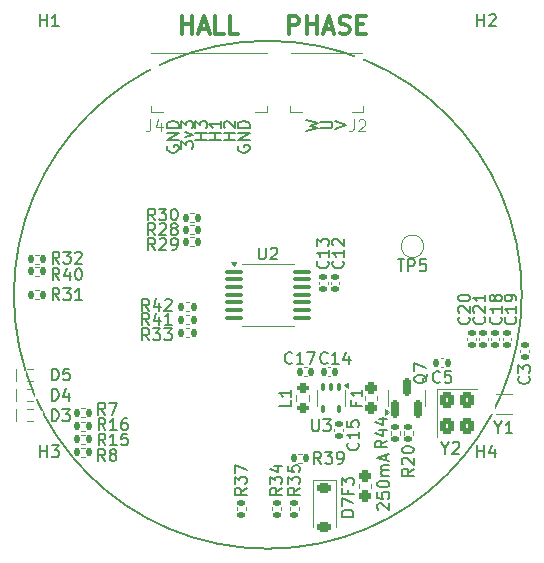
<source format=gbr>
%TF.GenerationSoftware,KiCad,Pcbnew,9.0.3*%
%TF.CreationDate,2025-07-31T21:13:17-04:00*%
%TF.ProjectId,motor-controller,6d6f746f-722d-4636-9f6e-74726f6c6c65,1*%
%TF.SameCoordinates,Original*%
%TF.FileFunction,Legend,Top*%
%TF.FilePolarity,Positive*%
%FSLAX46Y46*%
G04 Gerber Fmt 4.6, Leading zero omitted, Abs format (unit mm)*
G04 Created by KiCad (PCBNEW 9.0.3) date 2025-07-31 21:13:17*
%MOMM*%
%LPD*%
G01*
G04 APERTURE LIST*
G04 Aperture macros list*
%AMRoundRect*
0 Rectangle with rounded corners*
0 $1 Rounding radius*
0 $2 $3 $4 $5 $6 $7 $8 $9 X,Y pos of 4 corners*
0 Add a 4 corners polygon primitive as box body*
4,1,4,$2,$3,$4,$5,$6,$7,$8,$9,$2,$3,0*
0 Add four circle primitives for the rounded corners*
1,1,$1+$1,$2,$3*
1,1,$1+$1,$4,$5*
1,1,$1+$1,$6,$7*
1,1,$1+$1,$8,$9*
0 Add four rect primitives between the rounded corners*
20,1,$1+$1,$2,$3,$4,$5,0*
20,1,$1+$1,$4,$5,$6,$7,0*
20,1,$1+$1,$6,$7,$8,$9,0*
20,1,$1+$1,$8,$9,$2,$3,0*%
G04 Aperture macros list end*
%ADD10C,0.153000*%
%ADD11C,0.300000*%
%ADD12C,0.150000*%
%ADD13C,0.100000*%
%ADD14C,0.120000*%
%ADD15RoundRect,0.135000X0.185000X-0.135000X0.185000X0.135000X-0.185000X0.135000X-0.185000X-0.135000X0*%
%ADD16RoundRect,0.135000X-0.185000X0.135000X-0.185000X-0.135000X0.185000X-0.135000X0.185000X0.135000X0*%
%ADD17RoundRect,0.140000X0.170000X-0.140000X0.170000X0.140000X-0.170000X0.140000X-0.170000X-0.140000X0*%
%ADD18RoundRect,0.135000X0.135000X0.185000X-0.135000X0.185000X-0.135000X-0.185000X0.135000X-0.185000X0*%
%ADD19RoundRect,0.140000X0.140000X0.170000X-0.140000X0.170000X-0.140000X-0.170000X0.140000X-0.170000X0*%
%ADD20RoundRect,0.140000X-0.140000X-0.170000X0.140000X-0.170000X0.140000X0.170000X-0.140000X0.170000X0*%
%ADD21R,0.800000X0.800000*%
%ADD22RoundRect,0.250000X-0.350000X0.450000X-0.350000X-0.450000X0.350000X-0.450000X0.350000X0.450000X0*%
%ADD23RoundRect,0.150000X0.150000X-0.587500X0.150000X0.587500X-0.150000X0.587500X-0.150000X-0.587500X0*%
%ADD24C,3.600000*%
%ADD25C,6.400000*%
%ADD26RoundRect,0.135000X-0.135000X-0.185000X0.135000X-0.185000X0.135000X0.185000X-0.135000X0.185000X0*%
%ADD27RoundRect,0.237500X0.237500X-0.287500X0.237500X0.287500X-0.237500X0.287500X-0.237500X-0.287500X0*%
%ADD28RoundRect,0.100000X-0.100000X0.225000X-0.100000X-0.225000X0.100000X-0.225000X0.100000X0.225000X0*%
%ADD29RoundRect,0.100000X-0.637500X-0.100000X0.637500X-0.100000X0.637500X0.100000X-0.637500X0.100000X0*%
%ADD30R,0.600000X1.100000*%
%ADD31R,0.700000X1.850000*%
%ADD32C,1.500000*%
%ADD33RoundRect,0.225000X-0.375000X0.225000X-0.375000X-0.225000X0.375000X-0.225000X0.375000X0.225000X0*%
%ADD34RoundRect,0.140000X-0.170000X0.140000X-0.170000X-0.140000X0.170000X-0.140000X0.170000X0.140000X0*%
%ADD35R,1.000000X1.800000*%
%ADD36RoundRect,0.200000X0.275000X-0.200000X0.275000X0.200000X-0.275000X0.200000X-0.275000X-0.200000X0*%
G04 APERTURE END LIST*
D10*
X231500000Y-148000000D02*
G75*
G02*
X188500000Y-148000000I-21500000J0D01*
G01*
X188500000Y-148000000D02*
G75*
G02*
X231500000Y-148000000I21500000J0D01*
G01*
X215654663Y-133962561D02*
X216654663Y-133629228D01*
X216654663Y-133629228D02*
X215654663Y-133295895D01*
X204854663Y-134862561D02*
X203854663Y-134862561D01*
X204330853Y-134862561D02*
X204330853Y-134291133D01*
X204854663Y-134291133D02*
X203854663Y-134291133D01*
X203854663Y-133910180D02*
X203854663Y-133291133D01*
X203854663Y-133291133D02*
X204235615Y-133624466D01*
X204235615Y-133624466D02*
X204235615Y-133481609D01*
X204235615Y-133481609D02*
X204283234Y-133386371D01*
X204283234Y-133386371D02*
X204330853Y-133338752D01*
X204330853Y-133338752D02*
X204426091Y-133291133D01*
X204426091Y-133291133D02*
X204664186Y-133291133D01*
X204664186Y-133291133D02*
X204759424Y-133338752D01*
X204759424Y-133338752D02*
X204807044Y-133386371D01*
X204807044Y-133386371D02*
X204854663Y-133481609D01*
X204854663Y-133481609D02*
X204854663Y-133767323D01*
X204854663Y-133767323D02*
X204807044Y-133862561D01*
X204807044Y-133862561D02*
X204759424Y-133910180D01*
X202654663Y-135624466D02*
X202654663Y-135005419D01*
X202654663Y-135005419D02*
X203035615Y-135338752D01*
X203035615Y-135338752D02*
X203035615Y-135195895D01*
X203035615Y-135195895D02*
X203083234Y-135100657D01*
X203083234Y-135100657D02*
X203130853Y-135053038D01*
X203130853Y-135053038D02*
X203226091Y-135005419D01*
X203226091Y-135005419D02*
X203464186Y-135005419D01*
X203464186Y-135005419D02*
X203559424Y-135053038D01*
X203559424Y-135053038D02*
X203607044Y-135100657D01*
X203607044Y-135100657D02*
X203654663Y-135195895D01*
X203654663Y-135195895D02*
X203654663Y-135481609D01*
X203654663Y-135481609D02*
X203607044Y-135576847D01*
X203607044Y-135576847D02*
X203559424Y-135624466D01*
X202987996Y-134672085D02*
X203654663Y-134433990D01*
X203654663Y-134433990D02*
X202987996Y-134195895D01*
X202654663Y-133910180D02*
X202654663Y-133291133D01*
X202654663Y-133291133D02*
X203035615Y-133624466D01*
X203035615Y-133624466D02*
X203035615Y-133481609D01*
X203035615Y-133481609D02*
X203083234Y-133386371D01*
X203083234Y-133386371D02*
X203130853Y-133338752D01*
X203130853Y-133338752D02*
X203226091Y-133291133D01*
X203226091Y-133291133D02*
X203464186Y-133291133D01*
X203464186Y-133291133D02*
X203559424Y-133338752D01*
X203559424Y-133338752D02*
X203607044Y-133386371D01*
X203607044Y-133386371D02*
X203654663Y-133481609D01*
X203654663Y-133481609D02*
X203654663Y-133767323D01*
X203654663Y-133767323D02*
X203607044Y-133862561D01*
X203607044Y-133862561D02*
X203559424Y-133910180D01*
X201502282Y-135386371D02*
X201454663Y-135481609D01*
X201454663Y-135481609D02*
X201454663Y-135624466D01*
X201454663Y-135624466D02*
X201502282Y-135767323D01*
X201502282Y-135767323D02*
X201597520Y-135862561D01*
X201597520Y-135862561D02*
X201692758Y-135910180D01*
X201692758Y-135910180D02*
X201883234Y-135957799D01*
X201883234Y-135957799D02*
X202026091Y-135957799D01*
X202026091Y-135957799D02*
X202216567Y-135910180D01*
X202216567Y-135910180D02*
X202311805Y-135862561D01*
X202311805Y-135862561D02*
X202407044Y-135767323D01*
X202407044Y-135767323D02*
X202454663Y-135624466D01*
X202454663Y-135624466D02*
X202454663Y-135529228D01*
X202454663Y-135529228D02*
X202407044Y-135386371D01*
X202407044Y-135386371D02*
X202359424Y-135338752D01*
X202359424Y-135338752D02*
X202026091Y-135338752D01*
X202026091Y-135338752D02*
X202026091Y-135529228D01*
X202454663Y-134910180D02*
X201454663Y-134910180D01*
X201454663Y-134910180D02*
X202454663Y-134338752D01*
X202454663Y-134338752D02*
X201454663Y-134338752D01*
X202454663Y-133862561D02*
X201454663Y-133862561D01*
X201454663Y-133862561D02*
X201454663Y-133624466D01*
X201454663Y-133624466D02*
X201502282Y-133481609D01*
X201502282Y-133481609D02*
X201597520Y-133386371D01*
X201597520Y-133386371D02*
X201692758Y-133338752D01*
X201692758Y-133338752D02*
X201883234Y-133291133D01*
X201883234Y-133291133D02*
X202026091Y-133291133D01*
X202026091Y-133291133D02*
X202216567Y-133338752D01*
X202216567Y-133338752D02*
X202311805Y-133386371D01*
X202311805Y-133386371D02*
X202407044Y-133481609D01*
X202407044Y-133481609D02*
X202454663Y-133624466D01*
X202454663Y-133624466D02*
X202454663Y-133862561D01*
X206054663Y-134862561D02*
X205054663Y-134862561D01*
X205530853Y-134862561D02*
X205530853Y-134291133D01*
X206054663Y-134291133D02*
X205054663Y-134291133D01*
X206054663Y-133291133D02*
X206054663Y-133862561D01*
X206054663Y-133576847D02*
X205054663Y-133576847D01*
X205054663Y-133576847D02*
X205197520Y-133672085D01*
X205197520Y-133672085D02*
X205292758Y-133767323D01*
X205292758Y-133767323D02*
X205340377Y-133862561D01*
X214454663Y-133910180D02*
X215264186Y-133910180D01*
X215264186Y-133910180D02*
X215359424Y-133862561D01*
X215359424Y-133862561D02*
X215407044Y-133814942D01*
X215407044Y-133814942D02*
X215454663Y-133719704D01*
X215454663Y-133719704D02*
X215454663Y-133529228D01*
X215454663Y-133529228D02*
X215407044Y-133433990D01*
X215407044Y-133433990D02*
X215359424Y-133386371D01*
X215359424Y-133386371D02*
X215264186Y-133338752D01*
X215264186Y-133338752D02*
X214454663Y-133338752D01*
X207502282Y-135386371D02*
X207454663Y-135481609D01*
X207454663Y-135481609D02*
X207454663Y-135624466D01*
X207454663Y-135624466D02*
X207502282Y-135767323D01*
X207502282Y-135767323D02*
X207597520Y-135862561D01*
X207597520Y-135862561D02*
X207692758Y-135910180D01*
X207692758Y-135910180D02*
X207883234Y-135957799D01*
X207883234Y-135957799D02*
X208026091Y-135957799D01*
X208026091Y-135957799D02*
X208216567Y-135910180D01*
X208216567Y-135910180D02*
X208311805Y-135862561D01*
X208311805Y-135862561D02*
X208407044Y-135767323D01*
X208407044Y-135767323D02*
X208454663Y-135624466D01*
X208454663Y-135624466D02*
X208454663Y-135529228D01*
X208454663Y-135529228D02*
X208407044Y-135386371D01*
X208407044Y-135386371D02*
X208359424Y-135338752D01*
X208359424Y-135338752D02*
X208026091Y-135338752D01*
X208026091Y-135338752D02*
X208026091Y-135529228D01*
X208454663Y-134910180D02*
X207454663Y-134910180D01*
X207454663Y-134910180D02*
X208454663Y-134338752D01*
X208454663Y-134338752D02*
X207454663Y-134338752D01*
X208454663Y-133862561D02*
X207454663Y-133862561D01*
X207454663Y-133862561D02*
X207454663Y-133624466D01*
X207454663Y-133624466D02*
X207502282Y-133481609D01*
X207502282Y-133481609D02*
X207597520Y-133386371D01*
X207597520Y-133386371D02*
X207692758Y-133338752D01*
X207692758Y-133338752D02*
X207883234Y-133291133D01*
X207883234Y-133291133D02*
X208026091Y-133291133D01*
X208026091Y-133291133D02*
X208216567Y-133338752D01*
X208216567Y-133338752D02*
X208311805Y-133386371D01*
X208311805Y-133386371D02*
X208407044Y-133481609D01*
X208407044Y-133481609D02*
X208454663Y-133624466D01*
X208454663Y-133624466D02*
X208454663Y-133862561D01*
X207254663Y-134862561D02*
X206254663Y-134862561D01*
X206730853Y-134862561D02*
X206730853Y-134291133D01*
X207254663Y-134291133D02*
X206254663Y-134291133D01*
X206349901Y-133862561D02*
X206302282Y-133814942D01*
X206302282Y-133814942D02*
X206254663Y-133719704D01*
X206254663Y-133719704D02*
X206254663Y-133481609D01*
X206254663Y-133481609D02*
X206302282Y-133386371D01*
X206302282Y-133386371D02*
X206349901Y-133338752D01*
X206349901Y-133338752D02*
X206445139Y-133291133D01*
X206445139Y-133291133D02*
X206540377Y-133291133D01*
X206540377Y-133291133D02*
X206683234Y-133338752D01*
X206683234Y-133338752D02*
X207254663Y-133910180D01*
X207254663Y-133910180D02*
X207254663Y-133291133D01*
X219364901Y-166208866D02*
X219317282Y-166161247D01*
X219317282Y-166161247D02*
X219269663Y-166066009D01*
X219269663Y-166066009D02*
X219269663Y-165827914D01*
X219269663Y-165827914D02*
X219317282Y-165732676D01*
X219317282Y-165732676D02*
X219364901Y-165685057D01*
X219364901Y-165685057D02*
X219460139Y-165637438D01*
X219460139Y-165637438D02*
X219555377Y-165637438D01*
X219555377Y-165637438D02*
X219698234Y-165685057D01*
X219698234Y-165685057D02*
X220269663Y-166256485D01*
X220269663Y-166256485D02*
X220269663Y-165637438D01*
X219269663Y-164732676D02*
X219269663Y-165208866D01*
X219269663Y-165208866D02*
X219745853Y-165256485D01*
X219745853Y-165256485D02*
X219698234Y-165208866D01*
X219698234Y-165208866D02*
X219650615Y-165113628D01*
X219650615Y-165113628D02*
X219650615Y-164875533D01*
X219650615Y-164875533D02*
X219698234Y-164780295D01*
X219698234Y-164780295D02*
X219745853Y-164732676D01*
X219745853Y-164732676D02*
X219841091Y-164685057D01*
X219841091Y-164685057D02*
X220079186Y-164685057D01*
X220079186Y-164685057D02*
X220174424Y-164732676D01*
X220174424Y-164732676D02*
X220222044Y-164780295D01*
X220222044Y-164780295D02*
X220269663Y-164875533D01*
X220269663Y-164875533D02*
X220269663Y-165113628D01*
X220269663Y-165113628D02*
X220222044Y-165208866D01*
X220222044Y-165208866D02*
X220174424Y-165256485D01*
X219269663Y-164066009D02*
X219269663Y-163970771D01*
X219269663Y-163970771D02*
X219317282Y-163875533D01*
X219317282Y-163875533D02*
X219364901Y-163827914D01*
X219364901Y-163827914D02*
X219460139Y-163780295D01*
X219460139Y-163780295D02*
X219650615Y-163732676D01*
X219650615Y-163732676D02*
X219888710Y-163732676D01*
X219888710Y-163732676D02*
X220079186Y-163780295D01*
X220079186Y-163780295D02*
X220174424Y-163827914D01*
X220174424Y-163827914D02*
X220222044Y-163875533D01*
X220222044Y-163875533D02*
X220269663Y-163970771D01*
X220269663Y-163970771D02*
X220269663Y-164066009D01*
X220269663Y-164066009D02*
X220222044Y-164161247D01*
X220222044Y-164161247D02*
X220174424Y-164208866D01*
X220174424Y-164208866D02*
X220079186Y-164256485D01*
X220079186Y-164256485D02*
X219888710Y-164304104D01*
X219888710Y-164304104D02*
X219650615Y-164304104D01*
X219650615Y-164304104D02*
X219460139Y-164256485D01*
X219460139Y-164256485D02*
X219364901Y-164208866D01*
X219364901Y-164208866D02*
X219317282Y-164161247D01*
X219317282Y-164161247D02*
X219269663Y-164066009D01*
X220269663Y-163304104D02*
X219602996Y-163304104D01*
X219698234Y-163304104D02*
X219650615Y-163256485D01*
X219650615Y-163256485D02*
X219602996Y-163161247D01*
X219602996Y-163161247D02*
X219602996Y-163018390D01*
X219602996Y-163018390D02*
X219650615Y-162923152D01*
X219650615Y-162923152D02*
X219745853Y-162875533D01*
X219745853Y-162875533D02*
X220269663Y-162875533D01*
X219745853Y-162875533D02*
X219650615Y-162827914D01*
X219650615Y-162827914D02*
X219602996Y-162732676D01*
X219602996Y-162732676D02*
X219602996Y-162589819D01*
X219602996Y-162589819D02*
X219650615Y-162494580D01*
X219650615Y-162494580D02*
X219745853Y-162446961D01*
X219745853Y-162446961D02*
X220269663Y-162446961D01*
X219983948Y-162018390D02*
X219983948Y-161542200D01*
X220269663Y-162113628D02*
X219269663Y-161780295D01*
X219269663Y-161780295D02*
X220269663Y-161446962D01*
D11*
X202714285Y-125900828D02*
X202714285Y-124400828D01*
X202714285Y-125115114D02*
X203571428Y-125115114D01*
X203571428Y-125900828D02*
X203571428Y-124400828D01*
X204214286Y-125472257D02*
X204928572Y-125472257D01*
X204071429Y-125900828D02*
X204571429Y-124400828D01*
X204571429Y-124400828D02*
X205071429Y-125900828D01*
X206285714Y-125900828D02*
X205571428Y-125900828D01*
X205571428Y-125900828D02*
X205571428Y-124400828D01*
X207500000Y-125900828D02*
X206785714Y-125900828D01*
X206785714Y-125900828D02*
X206785714Y-124400828D01*
D10*
X213254663Y-134100656D02*
X214254663Y-133862561D01*
X214254663Y-133862561D02*
X213540377Y-133672085D01*
X213540377Y-133672085D02*
X214254663Y-133481609D01*
X214254663Y-133481609D02*
X213254663Y-133243514D01*
D11*
X211785714Y-125900828D02*
X211785714Y-124400828D01*
X211785714Y-124400828D02*
X212357143Y-124400828D01*
X212357143Y-124400828D02*
X212500000Y-124472257D01*
X212500000Y-124472257D02*
X212571429Y-124543685D01*
X212571429Y-124543685D02*
X212642857Y-124686542D01*
X212642857Y-124686542D02*
X212642857Y-124900828D01*
X212642857Y-124900828D02*
X212571429Y-125043685D01*
X212571429Y-125043685D02*
X212500000Y-125115114D01*
X212500000Y-125115114D02*
X212357143Y-125186542D01*
X212357143Y-125186542D02*
X211785714Y-125186542D01*
X213285714Y-125900828D02*
X213285714Y-124400828D01*
X213285714Y-125115114D02*
X214142857Y-125115114D01*
X214142857Y-125900828D02*
X214142857Y-124400828D01*
X214785715Y-125472257D02*
X215500001Y-125472257D01*
X214642858Y-125900828D02*
X215142858Y-124400828D01*
X215142858Y-124400828D02*
X215642858Y-125900828D01*
X216071429Y-125829400D02*
X216285715Y-125900828D01*
X216285715Y-125900828D02*
X216642857Y-125900828D01*
X216642857Y-125900828D02*
X216785715Y-125829400D01*
X216785715Y-125829400D02*
X216857143Y-125757971D01*
X216857143Y-125757971D02*
X216928572Y-125615114D01*
X216928572Y-125615114D02*
X216928572Y-125472257D01*
X216928572Y-125472257D02*
X216857143Y-125329400D01*
X216857143Y-125329400D02*
X216785715Y-125257971D01*
X216785715Y-125257971D02*
X216642857Y-125186542D01*
X216642857Y-125186542D02*
X216357143Y-125115114D01*
X216357143Y-125115114D02*
X216214286Y-125043685D01*
X216214286Y-125043685D02*
X216142857Y-124972257D01*
X216142857Y-124972257D02*
X216071429Y-124829400D01*
X216071429Y-124829400D02*
X216071429Y-124686542D01*
X216071429Y-124686542D02*
X216142857Y-124543685D01*
X216142857Y-124543685D02*
X216214286Y-124472257D01*
X216214286Y-124472257D02*
X216357143Y-124400828D01*
X216357143Y-124400828D02*
X216714286Y-124400828D01*
X216714286Y-124400828D02*
X216928572Y-124472257D01*
X217571428Y-125115114D02*
X218071428Y-125115114D01*
X218285714Y-125900828D02*
X217571428Y-125900828D01*
X217571428Y-125900828D02*
X217571428Y-124400828D01*
X217571428Y-124400828D02*
X218285714Y-124400828D01*
D12*
X212704819Y-164342857D02*
X212228628Y-164676190D01*
X212704819Y-164914285D02*
X211704819Y-164914285D01*
X211704819Y-164914285D02*
X211704819Y-164533333D01*
X211704819Y-164533333D02*
X211752438Y-164438095D01*
X211752438Y-164438095D02*
X211800057Y-164390476D01*
X211800057Y-164390476D02*
X211895295Y-164342857D01*
X211895295Y-164342857D02*
X212038152Y-164342857D01*
X212038152Y-164342857D02*
X212133390Y-164390476D01*
X212133390Y-164390476D02*
X212181009Y-164438095D01*
X212181009Y-164438095D02*
X212228628Y-164533333D01*
X212228628Y-164533333D02*
X212228628Y-164914285D01*
X211704819Y-164009523D02*
X211704819Y-163390476D01*
X211704819Y-163390476D02*
X212085771Y-163723809D01*
X212085771Y-163723809D02*
X212085771Y-163580952D01*
X212085771Y-163580952D02*
X212133390Y-163485714D01*
X212133390Y-163485714D02*
X212181009Y-163438095D01*
X212181009Y-163438095D02*
X212276247Y-163390476D01*
X212276247Y-163390476D02*
X212514342Y-163390476D01*
X212514342Y-163390476D02*
X212609580Y-163438095D01*
X212609580Y-163438095D02*
X212657200Y-163485714D01*
X212657200Y-163485714D02*
X212704819Y-163580952D01*
X212704819Y-163580952D02*
X212704819Y-163866666D01*
X212704819Y-163866666D02*
X212657200Y-163961904D01*
X212657200Y-163961904D02*
X212609580Y-164009523D01*
X211704819Y-162485714D02*
X211704819Y-162961904D01*
X211704819Y-162961904D02*
X212181009Y-163009523D01*
X212181009Y-163009523D02*
X212133390Y-162961904D01*
X212133390Y-162961904D02*
X212085771Y-162866666D01*
X212085771Y-162866666D02*
X212085771Y-162628571D01*
X212085771Y-162628571D02*
X212133390Y-162533333D01*
X212133390Y-162533333D02*
X212181009Y-162485714D01*
X212181009Y-162485714D02*
X212276247Y-162438095D01*
X212276247Y-162438095D02*
X212514342Y-162438095D01*
X212514342Y-162438095D02*
X212609580Y-162485714D01*
X212609580Y-162485714D02*
X212657200Y-162533333D01*
X212657200Y-162533333D02*
X212704819Y-162628571D01*
X212704819Y-162628571D02*
X212704819Y-162866666D01*
X212704819Y-162866666D02*
X212657200Y-162961904D01*
X212657200Y-162961904D02*
X212609580Y-163009523D01*
X211204819Y-164342857D02*
X210728628Y-164676190D01*
X211204819Y-164914285D02*
X210204819Y-164914285D01*
X210204819Y-164914285D02*
X210204819Y-164533333D01*
X210204819Y-164533333D02*
X210252438Y-164438095D01*
X210252438Y-164438095D02*
X210300057Y-164390476D01*
X210300057Y-164390476D02*
X210395295Y-164342857D01*
X210395295Y-164342857D02*
X210538152Y-164342857D01*
X210538152Y-164342857D02*
X210633390Y-164390476D01*
X210633390Y-164390476D02*
X210681009Y-164438095D01*
X210681009Y-164438095D02*
X210728628Y-164533333D01*
X210728628Y-164533333D02*
X210728628Y-164914285D01*
X210204819Y-164009523D02*
X210204819Y-163390476D01*
X210204819Y-163390476D02*
X210585771Y-163723809D01*
X210585771Y-163723809D02*
X210585771Y-163580952D01*
X210585771Y-163580952D02*
X210633390Y-163485714D01*
X210633390Y-163485714D02*
X210681009Y-163438095D01*
X210681009Y-163438095D02*
X210776247Y-163390476D01*
X210776247Y-163390476D02*
X211014342Y-163390476D01*
X211014342Y-163390476D02*
X211109580Y-163438095D01*
X211109580Y-163438095D02*
X211157200Y-163485714D01*
X211157200Y-163485714D02*
X211204819Y-163580952D01*
X211204819Y-163580952D02*
X211204819Y-163866666D01*
X211204819Y-163866666D02*
X211157200Y-163961904D01*
X211157200Y-163961904D02*
X211109580Y-164009523D01*
X210538152Y-162533333D02*
X211204819Y-162533333D01*
X210157200Y-162771428D02*
X210871485Y-163009523D01*
X210871485Y-163009523D02*
X210871485Y-162390476D01*
X215059580Y-145142857D02*
X215107200Y-145190476D01*
X215107200Y-145190476D02*
X215154819Y-145333333D01*
X215154819Y-145333333D02*
X215154819Y-145428571D01*
X215154819Y-145428571D02*
X215107200Y-145571428D01*
X215107200Y-145571428D02*
X215011961Y-145666666D01*
X215011961Y-145666666D02*
X214916723Y-145714285D01*
X214916723Y-145714285D02*
X214726247Y-145761904D01*
X214726247Y-145761904D02*
X214583390Y-145761904D01*
X214583390Y-145761904D02*
X214392914Y-145714285D01*
X214392914Y-145714285D02*
X214297676Y-145666666D01*
X214297676Y-145666666D02*
X214202438Y-145571428D01*
X214202438Y-145571428D02*
X214154819Y-145428571D01*
X214154819Y-145428571D02*
X214154819Y-145333333D01*
X214154819Y-145333333D02*
X214202438Y-145190476D01*
X214202438Y-145190476D02*
X214250057Y-145142857D01*
X215154819Y-144190476D02*
X215154819Y-144761904D01*
X215154819Y-144476190D02*
X214154819Y-144476190D01*
X214154819Y-144476190D02*
X214297676Y-144571428D01*
X214297676Y-144571428D02*
X214392914Y-144666666D01*
X214392914Y-144666666D02*
X214440533Y-144761904D01*
X214154819Y-143857142D02*
X214154819Y-143238095D01*
X214154819Y-143238095D02*
X214535771Y-143571428D01*
X214535771Y-143571428D02*
X214535771Y-143428571D01*
X214535771Y-143428571D02*
X214583390Y-143333333D01*
X214583390Y-143333333D02*
X214631009Y-143285714D01*
X214631009Y-143285714D02*
X214726247Y-143238095D01*
X214726247Y-143238095D02*
X214964342Y-143238095D01*
X214964342Y-143238095D02*
X215059580Y-143285714D01*
X215059580Y-143285714D02*
X215107200Y-143333333D01*
X215107200Y-143333333D02*
X215154819Y-143428571D01*
X215154819Y-143428571D02*
X215154819Y-143714285D01*
X215154819Y-143714285D02*
X215107200Y-143809523D01*
X215107200Y-143809523D02*
X215059580Y-143857142D01*
X196257142Y-160754819D02*
X195923809Y-160278628D01*
X195685714Y-160754819D02*
X195685714Y-159754819D01*
X195685714Y-159754819D02*
X196066666Y-159754819D01*
X196066666Y-159754819D02*
X196161904Y-159802438D01*
X196161904Y-159802438D02*
X196209523Y-159850057D01*
X196209523Y-159850057D02*
X196257142Y-159945295D01*
X196257142Y-159945295D02*
X196257142Y-160088152D01*
X196257142Y-160088152D02*
X196209523Y-160183390D01*
X196209523Y-160183390D02*
X196161904Y-160231009D01*
X196161904Y-160231009D02*
X196066666Y-160278628D01*
X196066666Y-160278628D02*
X195685714Y-160278628D01*
X197209523Y-160754819D02*
X196638095Y-160754819D01*
X196923809Y-160754819D02*
X196923809Y-159754819D01*
X196923809Y-159754819D02*
X196828571Y-159897676D01*
X196828571Y-159897676D02*
X196733333Y-159992914D01*
X196733333Y-159992914D02*
X196638095Y-160040533D01*
X198114285Y-159754819D02*
X197638095Y-159754819D01*
X197638095Y-159754819D02*
X197590476Y-160231009D01*
X197590476Y-160231009D02*
X197638095Y-160183390D01*
X197638095Y-160183390D02*
X197733333Y-160135771D01*
X197733333Y-160135771D02*
X197971428Y-160135771D01*
X197971428Y-160135771D02*
X198066666Y-160183390D01*
X198066666Y-160183390D02*
X198114285Y-160231009D01*
X198114285Y-160231009D02*
X198161904Y-160326247D01*
X198161904Y-160326247D02*
X198161904Y-160564342D01*
X198161904Y-160564342D02*
X198114285Y-160659580D01*
X198114285Y-160659580D02*
X198066666Y-160707200D01*
X198066666Y-160707200D02*
X197971428Y-160754819D01*
X197971428Y-160754819D02*
X197733333Y-160754819D01*
X197733333Y-160754819D02*
X197638095Y-160707200D01*
X197638095Y-160707200D02*
X197590476Y-160659580D01*
X224583333Y-155359580D02*
X224535714Y-155407200D01*
X224535714Y-155407200D02*
X224392857Y-155454819D01*
X224392857Y-155454819D02*
X224297619Y-155454819D01*
X224297619Y-155454819D02*
X224154762Y-155407200D01*
X224154762Y-155407200D02*
X224059524Y-155311961D01*
X224059524Y-155311961D02*
X224011905Y-155216723D01*
X224011905Y-155216723D02*
X223964286Y-155026247D01*
X223964286Y-155026247D02*
X223964286Y-154883390D01*
X223964286Y-154883390D02*
X224011905Y-154692914D01*
X224011905Y-154692914D02*
X224059524Y-154597676D01*
X224059524Y-154597676D02*
X224154762Y-154502438D01*
X224154762Y-154502438D02*
X224297619Y-154454819D01*
X224297619Y-154454819D02*
X224392857Y-154454819D01*
X224392857Y-154454819D02*
X224535714Y-154502438D01*
X224535714Y-154502438D02*
X224583333Y-154550057D01*
X225488095Y-154454819D02*
X225011905Y-154454819D01*
X225011905Y-154454819D02*
X224964286Y-154931009D01*
X224964286Y-154931009D02*
X225011905Y-154883390D01*
X225011905Y-154883390D02*
X225107143Y-154835771D01*
X225107143Y-154835771D02*
X225345238Y-154835771D01*
X225345238Y-154835771D02*
X225440476Y-154883390D01*
X225440476Y-154883390D02*
X225488095Y-154931009D01*
X225488095Y-154931009D02*
X225535714Y-155026247D01*
X225535714Y-155026247D02*
X225535714Y-155264342D01*
X225535714Y-155264342D02*
X225488095Y-155359580D01*
X225488095Y-155359580D02*
X225440476Y-155407200D01*
X225440476Y-155407200D02*
X225345238Y-155454819D01*
X225345238Y-155454819D02*
X225107143Y-155454819D01*
X225107143Y-155454819D02*
X225011905Y-155407200D01*
X225011905Y-155407200D02*
X224964286Y-155359580D01*
X215057142Y-153759580D02*
X215009523Y-153807200D01*
X215009523Y-153807200D02*
X214866666Y-153854819D01*
X214866666Y-153854819D02*
X214771428Y-153854819D01*
X214771428Y-153854819D02*
X214628571Y-153807200D01*
X214628571Y-153807200D02*
X214533333Y-153711961D01*
X214533333Y-153711961D02*
X214485714Y-153616723D01*
X214485714Y-153616723D02*
X214438095Y-153426247D01*
X214438095Y-153426247D02*
X214438095Y-153283390D01*
X214438095Y-153283390D02*
X214485714Y-153092914D01*
X214485714Y-153092914D02*
X214533333Y-152997676D01*
X214533333Y-152997676D02*
X214628571Y-152902438D01*
X214628571Y-152902438D02*
X214771428Y-152854819D01*
X214771428Y-152854819D02*
X214866666Y-152854819D01*
X214866666Y-152854819D02*
X215009523Y-152902438D01*
X215009523Y-152902438D02*
X215057142Y-152950057D01*
X216009523Y-153854819D02*
X215438095Y-153854819D01*
X215723809Y-153854819D02*
X215723809Y-152854819D01*
X215723809Y-152854819D02*
X215628571Y-152997676D01*
X215628571Y-152997676D02*
X215533333Y-153092914D01*
X215533333Y-153092914D02*
X215438095Y-153140533D01*
X216866666Y-153188152D02*
X216866666Y-153854819D01*
X216628571Y-152807200D02*
X216390476Y-153521485D01*
X216390476Y-153521485D02*
X217009523Y-153521485D01*
X222354819Y-162742857D02*
X221878628Y-163076190D01*
X222354819Y-163314285D02*
X221354819Y-163314285D01*
X221354819Y-163314285D02*
X221354819Y-162933333D01*
X221354819Y-162933333D02*
X221402438Y-162838095D01*
X221402438Y-162838095D02*
X221450057Y-162790476D01*
X221450057Y-162790476D02*
X221545295Y-162742857D01*
X221545295Y-162742857D02*
X221688152Y-162742857D01*
X221688152Y-162742857D02*
X221783390Y-162790476D01*
X221783390Y-162790476D02*
X221831009Y-162838095D01*
X221831009Y-162838095D02*
X221878628Y-162933333D01*
X221878628Y-162933333D02*
X221878628Y-163314285D01*
X221450057Y-162361904D02*
X221402438Y-162314285D01*
X221402438Y-162314285D02*
X221354819Y-162219047D01*
X221354819Y-162219047D02*
X221354819Y-161980952D01*
X221354819Y-161980952D02*
X221402438Y-161885714D01*
X221402438Y-161885714D02*
X221450057Y-161838095D01*
X221450057Y-161838095D02*
X221545295Y-161790476D01*
X221545295Y-161790476D02*
X221640533Y-161790476D01*
X221640533Y-161790476D02*
X221783390Y-161838095D01*
X221783390Y-161838095D02*
X222354819Y-162409523D01*
X222354819Y-162409523D02*
X222354819Y-161790476D01*
X221354819Y-161171428D02*
X221354819Y-161076190D01*
X221354819Y-161076190D02*
X221402438Y-160980952D01*
X221402438Y-160980952D02*
X221450057Y-160933333D01*
X221450057Y-160933333D02*
X221545295Y-160885714D01*
X221545295Y-160885714D02*
X221735771Y-160838095D01*
X221735771Y-160838095D02*
X221973866Y-160838095D01*
X221973866Y-160838095D02*
X222164342Y-160885714D01*
X222164342Y-160885714D02*
X222259580Y-160933333D01*
X222259580Y-160933333D02*
X222307200Y-160980952D01*
X222307200Y-160980952D02*
X222354819Y-161076190D01*
X222354819Y-161076190D02*
X222354819Y-161171428D01*
X222354819Y-161171428D02*
X222307200Y-161266666D01*
X222307200Y-161266666D02*
X222259580Y-161314285D01*
X222259580Y-161314285D02*
X222164342Y-161361904D01*
X222164342Y-161361904D02*
X221973866Y-161409523D01*
X221973866Y-161409523D02*
X221735771Y-161409523D01*
X221735771Y-161409523D02*
X221545295Y-161361904D01*
X221545295Y-161361904D02*
X221450057Y-161314285D01*
X221450057Y-161314285D02*
X221402438Y-161266666D01*
X221402438Y-161266666D02*
X221354819Y-161171428D01*
X191711904Y-155254819D02*
X191711904Y-154254819D01*
X191711904Y-154254819D02*
X191949999Y-154254819D01*
X191949999Y-154254819D02*
X192092856Y-154302438D01*
X192092856Y-154302438D02*
X192188094Y-154397676D01*
X192188094Y-154397676D02*
X192235713Y-154492914D01*
X192235713Y-154492914D02*
X192283332Y-154683390D01*
X192283332Y-154683390D02*
X192283332Y-154826247D01*
X192283332Y-154826247D02*
X192235713Y-155016723D01*
X192235713Y-155016723D02*
X192188094Y-155111961D01*
X192188094Y-155111961D02*
X192092856Y-155207200D01*
X192092856Y-155207200D02*
X191949999Y-155254819D01*
X191949999Y-155254819D02*
X191711904Y-155254819D01*
X193188094Y-154254819D02*
X192711904Y-154254819D01*
X192711904Y-154254819D02*
X192664285Y-154731009D01*
X192664285Y-154731009D02*
X192711904Y-154683390D01*
X192711904Y-154683390D02*
X192807142Y-154635771D01*
X192807142Y-154635771D02*
X193045237Y-154635771D01*
X193045237Y-154635771D02*
X193140475Y-154683390D01*
X193140475Y-154683390D02*
X193188094Y-154731009D01*
X193188094Y-154731009D02*
X193235713Y-154826247D01*
X193235713Y-154826247D02*
X193235713Y-155064342D01*
X193235713Y-155064342D02*
X193188094Y-155159580D01*
X193188094Y-155159580D02*
X193140475Y-155207200D01*
X193140475Y-155207200D02*
X193045237Y-155254819D01*
X193045237Y-155254819D02*
X192807142Y-155254819D01*
X192807142Y-155254819D02*
X192711904Y-155207200D01*
X192711904Y-155207200D02*
X192664285Y-155159580D01*
X228309580Y-149892857D02*
X228357200Y-149940476D01*
X228357200Y-149940476D02*
X228404819Y-150083333D01*
X228404819Y-150083333D02*
X228404819Y-150178571D01*
X228404819Y-150178571D02*
X228357200Y-150321428D01*
X228357200Y-150321428D02*
X228261961Y-150416666D01*
X228261961Y-150416666D02*
X228166723Y-150464285D01*
X228166723Y-150464285D02*
X227976247Y-150511904D01*
X227976247Y-150511904D02*
X227833390Y-150511904D01*
X227833390Y-150511904D02*
X227642914Y-150464285D01*
X227642914Y-150464285D02*
X227547676Y-150416666D01*
X227547676Y-150416666D02*
X227452438Y-150321428D01*
X227452438Y-150321428D02*
X227404819Y-150178571D01*
X227404819Y-150178571D02*
X227404819Y-150083333D01*
X227404819Y-150083333D02*
X227452438Y-149940476D01*
X227452438Y-149940476D02*
X227500057Y-149892857D01*
X227500057Y-149511904D02*
X227452438Y-149464285D01*
X227452438Y-149464285D02*
X227404819Y-149369047D01*
X227404819Y-149369047D02*
X227404819Y-149130952D01*
X227404819Y-149130952D02*
X227452438Y-149035714D01*
X227452438Y-149035714D02*
X227500057Y-148988095D01*
X227500057Y-148988095D02*
X227595295Y-148940476D01*
X227595295Y-148940476D02*
X227690533Y-148940476D01*
X227690533Y-148940476D02*
X227833390Y-148988095D01*
X227833390Y-148988095D02*
X228404819Y-149559523D01*
X228404819Y-149559523D02*
X228404819Y-148940476D01*
X228404819Y-147988095D02*
X228404819Y-148559523D01*
X228404819Y-148273809D02*
X227404819Y-148273809D01*
X227404819Y-148273809D02*
X227547676Y-148369047D01*
X227547676Y-148369047D02*
X227642914Y-148464285D01*
X227642914Y-148464285D02*
X227690533Y-148559523D01*
X225023809Y-160978628D02*
X225023809Y-161454819D01*
X224690476Y-160454819D02*
X225023809Y-160978628D01*
X225023809Y-160978628D02*
X225357142Y-160454819D01*
X225642857Y-160550057D02*
X225690476Y-160502438D01*
X225690476Y-160502438D02*
X225785714Y-160454819D01*
X225785714Y-160454819D02*
X226023809Y-160454819D01*
X226023809Y-160454819D02*
X226119047Y-160502438D01*
X226119047Y-160502438D02*
X226166666Y-160550057D01*
X226166666Y-160550057D02*
X226214285Y-160645295D01*
X226214285Y-160645295D02*
X226214285Y-160740533D01*
X226214285Y-160740533D02*
X226166666Y-160883390D01*
X226166666Y-160883390D02*
X225595238Y-161454819D01*
X225595238Y-161454819D02*
X226214285Y-161454819D01*
X196233333Y-162054819D02*
X195900000Y-161578628D01*
X195661905Y-162054819D02*
X195661905Y-161054819D01*
X195661905Y-161054819D02*
X196042857Y-161054819D01*
X196042857Y-161054819D02*
X196138095Y-161102438D01*
X196138095Y-161102438D02*
X196185714Y-161150057D01*
X196185714Y-161150057D02*
X196233333Y-161245295D01*
X196233333Y-161245295D02*
X196233333Y-161388152D01*
X196233333Y-161388152D02*
X196185714Y-161483390D01*
X196185714Y-161483390D02*
X196138095Y-161531009D01*
X196138095Y-161531009D02*
X196042857Y-161578628D01*
X196042857Y-161578628D02*
X195661905Y-161578628D01*
X196804762Y-161483390D02*
X196709524Y-161435771D01*
X196709524Y-161435771D02*
X196661905Y-161388152D01*
X196661905Y-161388152D02*
X196614286Y-161292914D01*
X196614286Y-161292914D02*
X196614286Y-161245295D01*
X196614286Y-161245295D02*
X196661905Y-161150057D01*
X196661905Y-161150057D02*
X196709524Y-161102438D01*
X196709524Y-161102438D02*
X196804762Y-161054819D01*
X196804762Y-161054819D02*
X196995238Y-161054819D01*
X196995238Y-161054819D02*
X197090476Y-161102438D01*
X197090476Y-161102438D02*
X197138095Y-161150057D01*
X197138095Y-161150057D02*
X197185714Y-161245295D01*
X197185714Y-161245295D02*
X197185714Y-161292914D01*
X197185714Y-161292914D02*
X197138095Y-161388152D01*
X197138095Y-161388152D02*
X197090476Y-161435771D01*
X197090476Y-161435771D02*
X196995238Y-161483390D01*
X196995238Y-161483390D02*
X196804762Y-161483390D01*
X196804762Y-161483390D02*
X196709524Y-161531009D01*
X196709524Y-161531009D02*
X196661905Y-161578628D01*
X196661905Y-161578628D02*
X196614286Y-161673866D01*
X196614286Y-161673866D02*
X196614286Y-161864342D01*
X196614286Y-161864342D02*
X196661905Y-161959580D01*
X196661905Y-161959580D02*
X196709524Y-162007200D01*
X196709524Y-162007200D02*
X196804762Y-162054819D01*
X196804762Y-162054819D02*
X196995238Y-162054819D01*
X196995238Y-162054819D02*
X197090476Y-162007200D01*
X197090476Y-162007200D02*
X197138095Y-161959580D01*
X197138095Y-161959580D02*
X197185714Y-161864342D01*
X197185714Y-161864342D02*
X197185714Y-161673866D01*
X197185714Y-161673866D02*
X197138095Y-161578628D01*
X197138095Y-161578628D02*
X197090476Y-161531009D01*
X197090476Y-161531009D02*
X196995238Y-161483390D01*
X223500057Y-154745238D02*
X223452438Y-154840476D01*
X223452438Y-154840476D02*
X223357200Y-154935714D01*
X223357200Y-154935714D02*
X223214342Y-155078571D01*
X223214342Y-155078571D02*
X223166723Y-155173809D01*
X223166723Y-155173809D02*
X223166723Y-155269047D01*
X223404819Y-155221428D02*
X223357200Y-155316666D01*
X223357200Y-155316666D02*
X223261961Y-155411904D01*
X223261961Y-155411904D02*
X223071485Y-155459523D01*
X223071485Y-155459523D02*
X222738152Y-155459523D01*
X222738152Y-155459523D02*
X222547676Y-155411904D01*
X222547676Y-155411904D02*
X222452438Y-155316666D01*
X222452438Y-155316666D02*
X222404819Y-155221428D01*
X222404819Y-155221428D02*
X222404819Y-155030952D01*
X222404819Y-155030952D02*
X222452438Y-154935714D01*
X222452438Y-154935714D02*
X222547676Y-154840476D01*
X222547676Y-154840476D02*
X222738152Y-154792857D01*
X222738152Y-154792857D02*
X223071485Y-154792857D01*
X223071485Y-154792857D02*
X223261961Y-154840476D01*
X223261961Y-154840476D02*
X223357200Y-154935714D01*
X223357200Y-154935714D02*
X223404819Y-155030952D01*
X223404819Y-155030952D02*
X223404819Y-155221428D01*
X222404819Y-154459523D02*
X222404819Y-153792857D01*
X222404819Y-153792857D02*
X223404819Y-154221428D01*
X227738095Y-125254819D02*
X227738095Y-124254819D01*
X227738095Y-124731009D02*
X228309523Y-124731009D01*
X228309523Y-125254819D02*
X228309523Y-124254819D01*
X228738095Y-124350057D02*
X228785714Y-124302438D01*
X228785714Y-124302438D02*
X228880952Y-124254819D01*
X228880952Y-124254819D02*
X229119047Y-124254819D01*
X229119047Y-124254819D02*
X229214285Y-124302438D01*
X229214285Y-124302438D02*
X229261904Y-124350057D01*
X229261904Y-124350057D02*
X229309523Y-124445295D01*
X229309523Y-124445295D02*
X229309523Y-124540533D01*
X229309523Y-124540533D02*
X229261904Y-124683390D01*
X229261904Y-124683390D02*
X228690476Y-125254819D01*
X228690476Y-125254819D02*
X229309523Y-125254819D01*
X190738095Y-125254819D02*
X190738095Y-124254819D01*
X190738095Y-124731009D02*
X191309523Y-124731009D01*
X191309523Y-125254819D02*
X191309523Y-124254819D01*
X192309523Y-125254819D02*
X191738095Y-125254819D01*
X192023809Y-125254819D02*
X192023809Y-124254819D01*
X192023809Y-124254819D02*
X191928571Y-124397676D01*
X191928571Y-124397676D02*
X191833333Y-124492914D01*
X191833333Y-124492914D02*
X191738095Y-124540533D01*
X212057142Y-153759580D02*
X212009523Y-153807200D01*
X212009523Y-153807200D02*
X211866666Y-153854819D01*
X211866666Y-153854819D02*
X211771428Y-153854819D01*
X211771428Y-153854819D02*
X211628571Y-153807200D01*
X211628571Y-153807200D02*
X211533333Y-153711961D01*
X211533333Y-153711961D02*
X211485714Y-153616723D01*
X211485714Y-153616723D02*
X211438095Y-153426247D01*
X211438095Y-153426247D02*
X211438095Y-153283390D01*
X211438095Y-153283390D02*
X211485714Y-153092914D01*
X211485714Y-153092914D02*
X211533333Y-152997676D01*
X211533333Y-152997676D02*
X211628571Y-152902438D01*
X211628571Y-152902438D02*
X211771428Y-152854819D01*
X211771428Y-152854819D02*
X211866666Y-152854819D01*
X211866666Y-152854819D02*
X212009523Y-152902438D01*
X212009523Y-152902438D02*
X212057142Y-152950057D01*
X213009523Y-153854819D02*
X212438095Y-153854819D01*
X212723809Y-153854819D02*
X212723809Y-152854819D01*
X212723809Y-152854819D02*
X212628571Y-152997676D01*
X212628571Y-152997676D02*
X212533333Y-153092914D01*
X212533333Y-153092914D02*
X212438095Y-153140533D01*
X213342857Y-152854819D02*
X214009523Y-152854819D01*
X214009523Y-152854819D02*
X213580952Y-153854819D01*
X200457142Y-142954819D02*
X200123809Y-142478628D01*
X199885714Y-142954819D02*
X199885714Y-141954819D01*
X199885714Y-141954819D02*
X200266666Y-141954819D01*
X200266666Y-141954819D02*
X200361904Y-142002438D01*
X200361904Y-142002438D02*
X200409523Y-142050057D01*
X200409523Y-142050057D02*
X200457142Y-142145295D01*
X200457142Y-142145295D02*
X200457142Y-142288152D01*
X200457142Y-142288152D02*
X200409523Y-142383390D01*
X200409523Y-142383390D02*
X200361904Y-142431009D01*
X200361904Y-142431009D02*
X200266666Y-142478628D01*
X200266666Y-142478628D02*
X199885714Y-142478628D01*
X200838095Y-142050057D02*
X200885714Y-142002438D01*
X200885714Y-142002438D02*
X200980952Y-141954819D01*
X200980952Y-141954819D02*
X201219047Y-141954819D01*
X201219047Y-141954819D02*
X201314285Y-142002438D01*
X201314285Y-142002438D02*
X201361904Y-142050057D01*
X201361904Y-142050057D02*
X201409523Y-142145295D01*
X201409523Y-142145295D02*
X201409523Y-142240533D01*
X201409523Y-142240533D02*
X201361904Y-142383390D01*
X201361904Y-142383390D02*
X200790476Y-142954819D01*
X200790476Y-142954819D02*
X201409523Y-142954819D01*
X201980952Y-142383390D02*
X201885714Y-142335771D01*
X201885714Y-142335771D02*
X201838095Y-142288152D01*
X201838095Y-142288152D02*
X201790476Y-142192914D01*
X201790476Y-142192914D02*
X201790476Y-142145295D01*
X201790476Y-142145295D02*
X201838095Y-142050057D01*
X201838095Y-142050057D02*
X201885714Y-142002438D01*
X201885714Y-142002438D02*
X201980952Y-141954819D01*
X201980952Y-141954819D02*
X202171428Y-141954819D01*
X202171428Y-141954819D02*
X202266666Y-142002438D01*
X202266666Y-142002438D02*
X202314285Y-142050057D01*
X202314285Y-142050057D02*
X202361904Y-142145295D01*
X202361904Y-142145295D02*
X202361904Y-142192914D01*
X202361904Y-142192914D02*
X202314285Y-142288152D01*
X202314285Y-142288152D02*
X202266666Y-142335771D01*
X202266666Y-142335771D02*
X202171428Y-142383390D01*
X202171428Y-142383390D02*
X201980952Y-142383390D01*
X201980952Y-142383390D02*
X201885714Y-142431009D01*
X201885714Y-142431009D02*
X201838095Y-142478628D01*
X201838095Y-142478628D02*
X201790476Y-142573866D01*
X201790476Y-142573866D02*
X201790476Y-142764342D01*
X201790476Y-142764342D02*
X201838095Y-142859580D01*
X201838095Y-142859580D02*
X201885714Y-142907200D01*
X201885714Y-142907200D02*
X201980952Y-142954819D01*
X201980952Y-142954819D02*
X202171428Y-142954819D01*
X202171428Y-142954819D02*
X202266666Y-142907200D01*
X202266666Y-142907200D02*
X202314285Y-142859580D01*
X202314285Y-142859580D02*
X202361904Y-142764342D01*
X202361904Y-142764342D02*
X202361904Y-142573866D01*
X202361904Y-142573866D02*
X202314285Y-142478628D01*
X202314285Y-142478628D02*
X202266666Y-142431009D01*
X202266666Y-142431009D02*
X202171428Y-142383390D01*
X192357142Y-146754819D02*
X192023809Y-146278628D01*
X191785714Y-146754819D02*
X191785714Y-145754819D01*
X191785714Y-145754819D02*
X192166666Y-145754819D01*
X192166666Y-145754819D02*
X192261904Y-145802438D01*
X192261904Y-145802438D02*
X192309523Y-145850057D01*
X192309523Y-145850057D02*
X192357142Y-145945295D01*
X192357142Y-145945295D02*
X192357142Y-146088152D01*
X192357142Y-146088152D02*
X192309523Y-146183390D01*
X192309523Y-146183390D02*
X192261904Y-146231009D01*
X192261904Y-146231009D02*
X192166666Y-146278628D01*
X192166666Y-146278628D02*
X191785714Y-146278628D01*
X193214285Y-146088152D02*
X193214285Y-146754819D01*
X192976190Y-145707200D02*
X192738095Y-146421485D01*
X192738095Y-146421485D02*
X193357142Y-146421485D01*
X193928571Y-145754819D02*
X194023809Y-145754819D01*
X194023809Y-145754819D02*
X194119047Y-145802438D01*
X194119047Y-145802438D02*
X194166666Y-145850057D01*
X194166666Y-145850057D02*
X194214285Y-145945295D01*
X194214285Y-145945295D02*
X194261904Y-146135771D01*
X194261904Y-146135771D02*
X194261904Y-146373866D01*
X194261904Y-146373866D02*
X194214285Y-146564342D01*
X194214285Y-146564342D02*
X194166666Y-146659580D01*
X194166666Y-146659580D02*
X194119047Y-146707200D01*
X194119047Y-146707200D02*
X194023809Y-146754819D01*
X194023809Y-146754819D02*
X193928571Y-146754819D01*
X193928571Y-146754819D02*
X193833333Y-146707200D01*
X193833333Y-146707200D02*
X193785714Y-146659580D01*
X193785714Y-146659580D02*
X193738095Y-146564342D01*
X193738095Y-146564342D02*
X193690476Y-146373866D01*
X193690476Y-146373866D02*
X193690476Y-146135771D01*
X193690476Y-146135771D02*
X193738095Y-145945295D01*
X193738095Y-145945295D02*
X193785714Y-145850057D01*
X193785714Y-145850057D02*
X193833333Y-145802438D01*
X193833333Y-145802438D02*
X193928571Y-145754819D01*
X220084819Y-160342857D02*
X219608628Y-160676190D01*
X220084819Y-160914285D02*
X219084819Y-160914285D01*
X219084819Y-160914285D02*
X219084819Y-160533333D01*
X219084819Y-160533333D02*
X219132438Y-160438095D01*
X219132438Y-160438095D02*
X219180057Y-160390476D01*
X219180057Y-160390476D02*
X219275295Y-160342857D01*
X219275295Y-160342857D02*
X219418152Y-160342857D01*
X219418152Y-160342857D02*
X219513390Y-160390476D01*
X219513390Y-160390476D02*
X219561009Y-160438095D01*
X219561009Y-160438095D02*
X219608628Y-160533333D01*
X219608628Y-160533333D02*
X219608628Y-160914285D01*
X219418152Y-159485714D02*
X220084819Y-159485714D01*
X219037200Y-159723809D02*
X219751485Y-159961904D01*
X219751485Y-159961904D02*
X219751485Y-159342857D01*
X219418152Y-158533333D02*
X220084819Y-158533333D01*
X219037200Y-158771428D02*
X219751485Y-159009523D01*
X219751485Y-159009523D02*
X219751485Y-158390476D01*
X200457142Y-144204819D02*
X200123809Y-143728628D01*
X199885714Y-144204819D02*
X199885714Y-143204819D01*
X199885714Y-143204819D02*
X200266666Y-143204819D01*
X200266666Y-143204819D02*
X200361904Y-143252438D01*
X200361904Y-143252438D02*
X200409523Y-143300057D01*
X200409523Y-143300057D02*
X200457142Y-143395295D01*
X200457142Y-143395295D02*
X200457142Y-143538152D01*
X200457142Y-143538152D02*
X200409523Y-143633390D01*
X200409523Y-143633390D02*
X200361904Y-143681009D01*
X200361904Y-143681009D02*
X200266666Y-143728628D01*
X200266666Y-143728628D02*
X199885714Y-143728628D01*
X200838095Y-143300057D02*
X200885714Y-143252438D01*
X200885714Y-143252438D02*
X200980952Y-143204819D01*
X200980952Y-143204819D02*
X201219047Y-143204819D01*
X201219047Y-143204819D02*
X201314285Y-143252438D01*
X201314285Y-143252438D02*
X201361904Y-143300057D01*
X201361904Y-143300057D02*
X201409523Y-143395295D01*
X201409523Y-143395295D02*
X201409523Y-143490533D01*
X201409523Y-143490533D02*
X201361904Y-143633390D01*
X201361904Y-143633390D02*
X200790476Y-144204819D01*
X200790476Y-144204819D02*
X201409523Y-144204819D01*
X201885714Y-144204819D02*
X202076190Y-144204819D01*
X202076190Y-144204819D02*
X202171428Y-144157200D01*
X202171428Y-144157200D02*
X202219047Y-144109580D01*
X202219047Y-144109580D02*
X202314285Y-143966723D01*
X202314285Y-143966723D02*
X202361904Y-143776247D01*
X202361904Y-143776247D02*
X202361904Y-143395295D01*
X202361904Y-143395295D02*
X202314285Y-143300057D01*
X202314285Y-143300057D02*
X202266666Y-143252438D01*
X202266666Y-143252438D02*
X202171428Y-143204819D01*
X202171428Y-143204819D02*
X201980952Y-143204819D01*
X201980952Y-143204819D02*
X201885714Y-143252438D01*
X201885714Y-143252438D02*
X201838095Y-143300057D01*
X201838095Y-143300057D02*
X201790476Y-143395295D01*
X201790476Y-143395295D02*
X201790476Y-143633390D01*
X201790476Y-143633390D02*
X201838095Y-143728628D01*
X201838095Y-143728628D02*
X201885714Y-143776247D01*
X201885714Y-143776247D02*
X201980952Y-143823866D01*
X201980952Y-143823866D02*
X202171428Y-143823866D01*
X202171428Y-143823866D02*
X202266666Y-143776247D01*
X202266666Y-143776247D02*
X202314285Y-143728628D01*
X202314285Y-143728628D02*
X202361904Y-143633390D01*
X192357142Y-148454819D02*
X192023809Y-147978628D01*
X191785714Y-148454819D02*
X191785714Y-147454819D01*
X191785714Y-147454819D02*
X192166666Y-147454819D01*
X192166666Y-147454819D02*
X192261904Y-147502438D01*
X192261904Y-147502438D02*
X192309523Y-147550057D01*
X192309523Y-147550057D02*
X192357142Y-147645295D01*
X192357142Y-147645295D02*
X192357142Y-147788152D01*
X192357142Y-147788152D02*
X192309523Y-147883390D01*
X192309523Y-147883390D02*
X192261904Y-147931009D01*
X192261904Y-147931009D02*
X192166666Y-147978628D01*
X192166666Y-147978628D02*
X191785714Y-147978628D01*
X192690476Y-147454819D02*
X193309523Y-147454819D01*
X193309523Y-147454819D02*
X192976190Y-147835771D01*
X192976190Y-147835771D02*
X193119047Y-147835771D01*
X193119047Y-147835771D02*
X193214285Y-147883390D01*
X193214285Y-147883390D02*
X193261904Y-147931009D01*
X193261904Y-147931009D02*
X193309523Y-148026247D01*
X193309523Y-148026247D02*
X193309523Y-148264342D01*
X193309523Y-148264342D02*
X193261904Y-148359580D01*
X193261904Y-148359580D02*
X193214285Y-148407200D01*
X193214285Y-148407200D02*
X193119047Y-148454819D01*
X193119047Y-148454819D02*
X192833333Y-148454819D01*
X192833333Y-148454819D02*
X192738095Y-148407200D01*
X192738095Y-148407200D02*
X192690476Y-148359580D01*
X194261904Y-148454819D02*
X193690476Y-148454819D01*
X193976190Y-148454819D02*
X193976190Y-147454819D01*
X193976190Y-147454819D02*
X193880952Y-147597676D01*
X193880952Y-147597676D02*
X193785714Y-147692914D01*
X193785714Y-147692914D02*
X193690476Y-147740533D01*
X227009580Y-149892857D02*
X227057200Y-149940476D01*
X227057200Y-149940476D02*
X227104819Y-150083333D01*
X227104819Y-150083333D02*
X227104819Y-150178571D01*
X227104819Y-150178571D02*
X227057200Y-150321428D01*
X227057200Y-150321428D02*
X226961961Y-150416666D01*
X226961961Y-150416666D02*
X226866723Y-150464285D01*
X226866723Y-150464285D02*
X226676247Y-150511904D01*
X226676247Y-150511904D02*
X226533390Y-150511904D01*
X226533390Y-150511904D02*
X226342914Y-150464285D01*
X226342914Y-150464285D02*
X226247676Y-150416666D01*
X226247676Y-150416666D02*
X226152438Y-150321428D01*
X226152438Y-150321428D02*
X226104819Y-150178571D01*
X226104819Y-150178571D02*
X226104819Y-150083333D01*
X226104819Y-150083333D02*
X226152438Y-149940476D01*
X226152438Y-149940476D02*
X226200057Y-149892857D01*
X226200057Y-149511904D02*
X226152438Y-149464285D01*
X226152438Y-149464285D02*
X226104819Y-149369047D01*
X226104819Y-149369047D02*
X226104819Y-149130952D01*
X226104819Y-149130952D02*
X226152438Y-149035714D01*
X226152438Y-149035714D02*
X226200057Y-148988095D01*
X226200057Y-148988095D02*
X226295295Y-148940476D01*
X226295295Y-148940476D02*
X226390533Y-148940476D01*
X226390533Y-148940476D02*
X226533390Y-148988095D01*
X226533390Y-148988095D02*
X227104819Y-149559523D01*
X227104819Y-149559523D02*
X227104819Y-148940476D01*
X226104819Y-148321428D02*
X226104819Y-148226190D01*
X226104819Y-148226190D02*
X226152438Y-148130952D01*
X226152438Y-148130952D02*
X226200057Y-148083333D01*
X226200057Y-148083333D02*
X226295295Y-148035714D01*
X226295295Y-148035714D02*
X226485771Y-147988095D01*
X226485771Y-147988095D02*
X226723866Y-147988095D01*
X226723866Y-147988095D02*
X226914342Y-148035714D01*
X226914342Y-148035714D02*
X227009580Y-148083333D01*
X227009580Y-148083333D02*
X227057200Y-148130952D01*
X227057200Y-148130952D02*
X227104819Y-148226190D01*
X227104819Y-148226190D02*
X227104819Y-148321428D01*
X227104819Y-148321428D02*
X227057200Y-148416666D01*
X227057200Y-148416666D02*
X227009580Y-148464285D01*
X227009580Y-148464285D02*
X226914342Y-148511904D01*
X226914342Y-148511904D02*
X226723866Y-148559523D01*
X226723866Y-148559523D02*
X226485771Y-148559523D01*
X226485771Y-148559523D02*
X226295295Y-148511904D01*
X226295295Y-148511904D02*
X226200057Y-148464285D01*
X226200057Y-148464285D02*
X226152438Y-148416666D01*
X226152438Y-148416666D02*
X226104819Y-148321428D01*
X216751009Y-164533333D02*
X216751009Y-164866666D01*
X217274819Y-164866666D02*
X216274819Y-164866666D01*
X216274819Y-164866666D02*
X216274819Y-164390476D01*
X216274819Y-164104761D02*
X216274819Y-163485714D01*
X216274819Y-163485714D02*
X216655771Y-163819047D01*
X216655771Y-163819047D02*
X216655771Y-163676190D01*
X216655771Y-163676190D02*
X216703390Y-163580952D01*
X216703390Y-163580952D02*
X216751009Y-163533333D01*
X216751009Y-163533333D02*
X216846247Y-163485714D01*
X216846247Y-163485714D02*
X217084342Y-163485714D01*
X217084342Y-163485714D02*
X217179580Y-163533333D01*
X217179580Y-163533333D02*
X217227200Y-163580952D01*
X217227200Y-163580952D02*
X217274819Y-163676190D01*
X217274819Y-163676190D02*
X217274819Y-163961904D01*
X217274819Y-163961904D02*
X217227200Y-164057142D01*
X217227200Y-164057142D02*
X217179580Y-164104761D01*
X213738095Y-158554819D02*
X213738095Y-159364342D01*
X213738095Y-159364342D02*
X213785714Y-159459580D01*
X213785714Y-159459580D02*
X213833333Y-159507200D01*
X213833333Y-159507200D02*
X213928571Y-159554819D01*
X213928571Y-159554819D02*
X214119047Y-159554819D01*
X214119047Y-159554819D02*
X214214285Y-159507200D01*
X214214285Y-159507200D02*
X214261904Y-159459580D01*
X214261904Y-159459580D02*
X214309523Y-159364342D01*
X214309523Y-159364342D02*
X214309523Y-158554819D01*
X214690476Y-158554819D02*
X215309523Y-158554819D01*
X215309523Y-158554819D02*
X214976190Y-158935771D01*
X214976190Y-158935771D02*
X215119047Y-158935771D01*
X215119047Y-158935771D02*
X215214285Y-158983390D01*
X215214285Y-158983390D02*
X215261904Y-159031009D01*
X215261904Y-159031009D02*
X215309523Y-159126247D01*
X215309523Y-159126247D02*
X215309523Y-159364342D01*
X215309523Y-159364342D02*
X215261904Y-159459580D01*
X215261904Y-159459580D02*
X215214285Y-159507200D01*
X215214285Y-159507200D02*
X215119047Y-159554819D01*
X215119047Y-159554819D02*
X214833333Y-159554819D01*
X214833333Y-159554819D02*
X214738095Y-159507200D01*
X214738095Y-159507200D02*
X214690476Y-159459580D01*
X191711905Y-158704819D02*
X191711905Y-157704819D01*
X191711905Y-157704819D02*
X191950000Y-157704819D01*
X191950000Y-157704819D02*
X192092857Y-157752438D01*
X192092857Y-157752438D02*
X192188095Y-157847676D01*
X192188095Y-157847676D02*
X192235714Y-157942914D01*
X192235714Y-157942914D02*
X192283333Y-158133390D01*
X192283333Y-158133390D02*
X192283333Y-158276247D01*
X192283333Y-158276247D02*
X192235714Y-158466723D01*
X192235714Y-158466723D02*
X192188095Y-158561961D01*
X192188095Y-158561961D02*
X192092857Y-158657200D01*
X192092857Y-158657200D02*
X191950000Y-158704819D01*
X191950000Y-158704819D02*
X191711905Y-158704819D01*
X192616667Y-157704819D02*
X193235714Y-157704819D01*
X193235714Y-157704819D02*
X192902381Y-158085771D01*
X192902381Y-158085771D02*
X193045238Y-158085771D01*
X193045238Y-158085771D02*
X193140476Y-158133390D01*
X193140476Y-158133390D02*
X193188095Y-158181009D01*
X193188095Y-158181009D02*
X193235714Y-158276247D01*
X193235714Y-158276247D02*
X193235714Y-158514342D01*
X193235714Y-158514342D02*
X193188095Y-158609580D01*
X193188095Y-158609580D02*
X193140476Y-158657200D01*
X193140476Y-158657200D02*
X193045238Y-158704819D01*
X193045238Y-158704819D02*
X192759524Y-158704819D01*
X192759524Y-158704819D02*
X192664286Y-158657200D01*
X192664286Y-158657200D02*
X192616667Y-158609580D01*
X209238095Y-144004819D02*
X209238095Y-144814342D01*
X209238095Y-144814342D02*
X209285714Y-144909580D01*
X209285714Y-144909580D02*
X209333333Y-144957200D01*
X209333333Y-144957200D02*
X209428571Y-145004819D01*
X209428571Y-145004819D02*
X209619047Y-145004819D01*
X209619047Y-145004819D02*
X209714285Y-144957200D01*
X209714285Y-144957200D02*
X209761904Y-144909580D01*
X209761904Y-144909580D02*
X209809523Y-144814342D01*
X209809523Y-144814342D02*
X209809523Y-144004819D01*
X210238095Y-144100057D02*
X210285714Y-144052438D01*
X210285714Y-144052438D02*
X210380952Y-144004819D01*
X210380952Y-144004819D02*
X210619047Y-144004819D01*
X210619047Y-144004819D02*
X210714285Y-144052438D01*
X210714285Y-144052438D02*
X210761904Y-144100057D01*
X210761904Y-144100057D02*
X210809523Y-144195295D01*
X210809523Y-144195295D02*
X210809523Y-144290533D01*
X210809523Y-144290533D02*
X210761904Y-144433390D01*
X210761904Y-144433390D02*
X210190476Y-145004819D01*
X210190476Y-145004819D02*
X210809523Y-145004819D01*
X191711904Y-156954819D02*
X191711904Y-155954819D01*
X191711904Y-155954819D02*
X191949999Y-155954819D01*
X191949999Y-155954819D02*
X192092856Y-156002438D01*
X192092856Y-156002438D02*
X192188094Y-156097676D01*
X192188094Y-156097676D02*
X192235713Y-156192914D01*
X192235713Y-156192914D02*
X192283332Y-156383390D01*
X192283332Y-156383390D02*
X192283332Y-156526247D01*
X192283332Y-156526247D02*
X192235713Y-156716723D01*
X192235713Y-156716723D02*
X192188094Y-156811961D01*
X192188094Y-156811961D02*
X192092856Y-156907200D01*
X192092856Y-156907200D02*
X191949999Y-156954819D01*
X191949999Y-156954819D02*
X191711904Y-156954819D01*
X193140475Y-156288152D02*
X193140475Y-156954819D01*
X192902380Y-155907200D02*
X192664285Y-156621485D01*
X192664285Y-156621485D02*
X193283332Y-156621485D01*
D13*
X200066666Y-133157419D02*
X200066666Y-133871704D01*
X200066666Y-133871704D02*
X200019047Y-134014561D01*
X200019047Y-134014561D02*
X199923809Y-134109800D01*
X199923809Y-134109800D02*
X199780952Y-134157419D01*
X199780952Y-134157419D02*
X199685714Y-134157419D01*
X200971428Y-133490752D02*
X200971428Y-134157419D01*
X200733333Y-133109800D02*
X200495238Y-133824085D01*
X200495238Y-133824085D02*
X201114285Y-133824085D01*
D12*
X216359580Y-145142857D02*
X216407200Y-145190476D01*
X216407200Y-145190476D02*
X216454819Y-145333333D01*
X216454819Y-145333333D02*
X216454819Y-145428571D01*
X216454819Y-145428571D02*
X216407200Y-145571428D01*
X216407200Y-145571428D02*
X216311961Y-145666666D01*
X216311961Y-145666666D02*
X216216723Y-145714285D01*
X216216723Y-145714285D02*
X216026247Y-145761904D01*
X216026247Y-145761904D02*
X215883390Y-145761904D01*
X215883390Y-145761904D02*
X215692914Y-145714285D01*
X215692914Y-145714285D02*
X215597676Y-145666666D01*
X215597676Y-145666666D02*
X215502438Y-145571428D01*
X215502438Y-145571428D02*
X215454819Y-145428571D01*
X215454819Y-145428571D02*
X215454819Y-145333333D01*
X215454819Y-145333333D02*
X215502438Y-145190476D01*
X215502438Y-145190476D02*
X215550057Y-145142857D01*
X216454819Y-144190476D02*
X216454819Y-144761904D01*
X216454819Y-144476190D02*
X215454819Y-144476190D01*
X215454819Y-144476190D02*
X215597676Y-144571428D01*
X215597676Y-144571428D02*
X215692914Y-144666666D01*
X215692914Y-144666666D02*
X215740533Y-144761904D01*
X215550057Y-143809523D02*
X215502438Y-143761904D01*
X215502438Y-143761904D02*
X215454819Y-143666666D01*
X215454819Y-143666666D02*
X215454819Y-143428571D01*
X215454819Y-143428571D02*
X215502438Y-143333333D01*
X215502438Y-143333333D02*
X215550057Y-143285714D01*
X215550057Y-143285714D02*
X215645295Y-143238095D01*
X215645295Y-143238095D02*
X215740533Y-143238095D01*
X215740533Y-143238095D02*
X215883390Y-143285714D01*
X215883390Y-143285714D02*
X216454819Y-143857142D01*
X216454819Y-143857142D02*
X216454819Y-143238095D01*
X199957142Y-151854819D02*
X199623809Y-151378628D01*
X199385714Y-151854819D02*
X199385714Y-150854819D01*
X199385714Y-150854819D02*
X199766666Y-150854819D01*
X199766666Y-150854819D02*
X199861904Y-150902438D01*
X199861904Y-150902438D02*
X199909523Y-150950057D01*
X199909523Y-150950057D02*
X199957142Y-151045295D01*
X199957142Y-151045295D02*
X199957142Y-151188152D01*
X199957142Y-151188152D02*
X199909523Y-151283390D01*
X199909523Y-151283390D02*
X199861904Y-151331009D01*
X199861904Y-151331009D02*
X199766666Y-151378628D01*
X199766666Y-151378628D02*
X199385714Y-151378628D01*
X200290476Y-150854819D02*
X200909523Y-150854819D01*
X200909523Y-150854819D02*
X200576190Y-151235771D01*
X200576190Y-151235771D02*
X200719047Y-151235771D01*
X200719047Y-151235771D02*
X200814285Y-151283390D01*
X200814285Y-151283390D02*
X200861904Y-151331009D01*
X200861904Y-151331009D02*
X200909523Y-151426247D01*
X200909523Y-151426247D02*
X200909523Y-151664342D01*
X200909523Y-151664342D02*
X200861904Y-151759580D01*
X200861904Y-151759580D02*
X200814285Y-151807200D01*
X200814285Y-151807200D02*
X200719047Y-151854819D01*
X200719047Y-151854819D02*
X200433333Y-151854819D01*
X200433333Y-151854819D02*
X200338095Y-151807200D01*
X200338095Y-151807200D02*
X200290476Y-151759580D01*
X201242857Y-150854819D02*
X201861904Y-150854819D01*
X201861904Y-150854819D02*
X201528571Y-151235771D01*
X201528571Y-151235771D02*
X201671428Y-151235771D01*
X201671428Y-151235771D02*
X201766666Y-151283390D01*
X201766666Y-151283390D02*
X201814285Y-151331009D01*
X201814285Y-151331009D02*
X201861904Y-151426247D01*
X201861904Y-151426247D02*
X201861904Y-151664342D01*
X201861904Y-151664342D02*
X201814285Y-151759580D01*
X201814285Y-151759580D02*
X201766666Y-151807200D01*
X201766666Y-151807200D02*
X201671428Y-151854819D01*
X201671428Y-151854819D02*
X201385714Y-151854819D01*
X201385714Y-151854819D02*
X201290476Y-151807200D01*
X201290476Y-151807200D02*
X201242857Y-151759580D01*
X190738095Y-161754819D02*
X190738095Y-160754819D01*
X190738095Y-161231009D02*
X191309523Y-161231009D01*
X191309523Y-161754819D02*
X191309523Y-160754819D01*
X191690476Y-160754819D02*
X192309523Y-160754819D01*
X192309523Y-160754819D02*
X191976190Y-161135771D01*
X191976190Y-161135771D02*
X192119047Y-161135771D01*
X192119047Y-161135771D02*
X192214285Y-161183390D01*
X192214285Y-161183390D02*
X192261904Y-161231009D01*
X192261904Y-161231009D02*
X192309523Y-161326247D01*
X192309523Y-161326247D02*
X192309523Y-161564342D01*
X192309523Y-161564342D02*
X192261904Y-161659580D01*
X192261904Y-161659580D02*
X192214285Y-161707200D01*
X192214285Y-161707200D02*
X192119047Y-161754819D01*
X192119047Y-161754819D02*
X191833333Y-161754819D01*
X191833333Y-161754819D02*
X191738095Y-161707200D01*
X191738095Y-161707200D02*
X191690476Y-161659580D01*
X220988095Y-145002819D02*
X221559523Y-145002819D01*
X221273809Y-146002819D02*
X221273809Y-145002819D01*
X221892857Y-146002819D02*
X221892857Y-145002819D01*
X221892857Y-145002819D02*
X222273809Y-145002819D01*
X222273809Y-145002819D02*
X222369047Y-145050438D01*
X222369047Y-145050438D02*
X222416666Y-145098057D01*
X222416666Y-145098057D02*
X222464285Y-145193295D01*
X222464285Y-145193295D02*
X222464285Y-145336152D01*
X222464285Y-145336152D02*
X222416666Y-145431390D01*
X222416666Y-145431390D02*
X222369047Y-145479009D01*
X222369047Y-145479009D02*
X222273809Y-145526628D01*
X222273809Y-145526628D02*
X221892857Y-145526628D01*
X223369047Y-145002819D02*
X222892857Y-145002819D01*
X222892857Y-145002819D02*
X222845238Y-145479009D01*
X222845238Y-145479009D02*
X222892857Y-145431390D01*
X222892857Y-145431390D02*
X222988095Y-145383771D01*
X222988095Y-145383771D02*
X223226190Y-145383771D01*
X223226190Y-145383771D02*
X223321428Y-145431390D01*
X223321428Y-145431390D02*
X223369047Y-145479009D01*
X223369047Y-145479009D02*
X223416666Y-145574247D01*
X223416666Y-145574247D02*
X223416666Y-145812342D01*
X223416666Y-145812342D02*
X223369047Y-145907580D01*
X223369047Y-145907580D02*
X223321428Y-145955200D01*
X223321428Y-145955200D02*
X223226190Y-146002819D01*
X223226190Y-146002819D02*
X222988095Y-146002819D01*
X222988095Y-146002819D02*
X222892857Y-145955200D01*
X222892857Y-145955200D02*
X222845238Y-145907580D01*
X227738095Y-161754819D02*
X227738095Y-160754819D01*
X227738095Y-161231009D02*
X228309523Y-161231009D01*
X228309523Y-161754819D02*
X228309523Y-160754819D01*
X229214285Y-161088152D02*
X229214285Y-161754819D01*
X228976190Y-160707200D02*
X228738095Y-161421485D01*
X228738095Y-161421485D02*
X229357142Y-161421485D01*
X199957142Y-150554819D02*
X199623809Y-150078628D01*
X199385714Y-150554819D02*
X199385714Y-149554819D01*
X199385714Y-149554819D02*
X199766666Y-149554819D01*
X199766666Y-149554819D02*
X199861904Y-149602438D01*
X199861904Y-149602438D02*
X199909523Y-149650057D01*
X199909523Y-149650057D02*
X199957142Y-149745295D01*
X199957142Y-149745295D02*
X199957142Y-149888152D01*
X199957142Y-149888152D02*
X199909523Y-149983390D01*
X199909523Y-149983390D02*
X199861904Y-150031009D01*
X199861904Y-150031009D02*
X199766666Y-150078628D01*
X199766666Y-150078628D02*
X199385714Y-150078628D01*
X200814285Y-149888152D02*
X200814285Y-150554819D01*
X200576190Y-149507200D02*
X200338095Y-150221485D01*
X200338095Y-150221485D02*
X200957142Y-150221485D01*
X201861904Y-150554819D02*
X201290476Y-150554819D01*
X201576190Y-150554819D02*
X201576190Y-149554819D01*
X201576190Y-149554819D02*
X201480952Y-149697676D01*
X201480952Y-149697676D02*
X201385714Y-149792914D01*
X201385714Y-149792914D02*
X201290476Y-149840533D01*
X196233333Y-158154819D02*
X195900000Y-157678628D01*
X195661905Y-158154819D02*
X195661905Y-157154819D01*
X195661905Y-157154819D02*
X196042857Y-157154819D01*
X196042857Y-157154819D02*
X196138095Y-157202438D01*
X196138095Y-157202438D02*
X196185714Y-157250057D01*
X196185714Y-157250057D02*
X196233333Y-157345295D01*
X196233333Y-157345295D02*
X196233333Y-157488152D01*
X196233333Y-157488152D02*
X196185714Y-157583390D01*
X196185714Y-157583390D02*
X196138095Y-157631009D01*
X196138095Y-157631009D02*
X196042857Y-157678628D01*
X196042857Y-157678628D02*
X195661905Y-157678628D01*
X196566667Y-157154819D02*
X197233333Y-157154819D01*
X197233333Y-157154819D02*
X196804762Y-158154819D01*
X217254820Y-166788094D02*
X216254820Y-166788094D01*
X216254820Y-166788094D02*
X216254820Y-166549999D01*
X216254820Y-166549999D02*
X216302439Y-166407142D01*
X216302439Y-166407142D02*
X216397677Y-166311904D01*
X216397677Y-166311904D02*
X216492915Y-166264285D01*
X216492915Y-166264285D02*
X216683391Y-166216666D01*
X216683391Y-166216666D02*
X216826248Y-166216666D01*
X216826248Y-166216666D02*
X217016724Y-166264285D01*
X217016724Y-166264285D02*
X217111962Y-166311904D01*
X217111962Y-166311904D02*
X217207201Y-166407142D01*
X217207201Y-166407142D02*
X217254820Y-166549999D01*
X217254820Y-166549999D02*
X217254820Y-166788094D01*
X216254820Y-165883332D02*
X216254820Y-165216666D01*
X216254820Y-165216666D02*
X217254820Y-165645237D01*
X217609580Y-160542857D02*
X217657200Y-160590476D01*
X217657200Y-160590476D02*
X217704819Y-160733333D01*
X217704819Y-160733333D02*
X217704819Y-160828571D01*
X217704819Y-160828571D02*
X217657200Y-160971428D01*
X217657200Y-160971428D02*
X217561961Y-161066666D01*
X217561961Y-161066666D02*
X217466723Y-161114285D01*
X217466723Y-161114285D02*
X217276247Y-161161904D01*
X217276247Y-161161904D02*
X217133390Y-161161904D01*
X217133390Y-161161904D02*
X216942914Y-161114285D01*
X216942914Y-161114285D02*
X216847676Y-161066666D01*
X216847676Y-161066666D02*
X216752438Y-160971428D01*
X216752438Y-160971428D02*
X216704819Y-160828571D01*
X216704819Y-160828571D02*
X216704819Y-160733333D01*
X216704819Y-160733333D02*
X216752438Y-160590476D01*
X216752438Y-160590476D02*
X216800057Y-160542857D01*
X217704819Y-159590476D02*
X217704819Y-160161904D01*
X217704819Y-159876190D02*
X216704819Y-159876190D01*
X216704819Y-159876190D02*
X216847676Y-159971428D01*
X216847676Y-159971428D02*
X216942914Y-160066666D01*
X216942914Y-160066666D02*
X216990533Y-160161904D01*
X216704819Y-158685714D02*
X216704819Y-159161904D01*
X216704819Y-159161904D02*
X217181009Y-159209523D01*
X217181009Y-159209523D02*
X217133390Y-159161904D01*
X217133390Y-159161904D02*
X217085771Y-159066666D01*
X217085771Y-159066666D02*
X217085771Y-158828571D01*
X217085771Y-158828571D02*
X217133390Y-158733333D01*
X217133390Y-158733333D02*
X217181009Y-158685714D01*
X217181009Y-158685714D02*
X217276247Y-158638095D01*
X217276247Y-158638095D02*
X217514342Y-158638095D01*
X217514342Y-158638095D02*
X217609580Y-158685714D01*
X217609580Y-158685714D02*
X217657200Y-158733333D01*
X217657200Y-158733333D02*
X217704819Y-158828571D01*
X217704819Y-158828571D02*
X217704819Y-159066666D01*
X217704819Y-159066666D02*
X217657200Y-159161904D01*
X217657200Y-159161904D02*
X217609580Y-159209523D01*
X208204819Y-164342857D02*
X207728628Y-164676190D01*
X208204819Y-164914285D02*
X207204819Y-164914285D01*
X207204819Y-164914285D02*
X207204819Y-164533333D01*
X207204819Y-164533333D02*
X207252438Y-164438095D01*
X207252438Y-164438095D02*
X207300057Y-164390476D01*
X207300057Y-164390476D02*
X207395295Y-164342857D01*
X207395295Y-164342857D02*
X207538152Y-164342857D01*
X207538152Y-164342857D02*
X207633390Y-164390476D01*
X207633390Y-164390476D02*
X207681009Y-164438095D01*
X207681009Y-164438095D02*
X207728628Y-164533333D01*
X207728628Y-164533333D02*
X207728628Y-164914285D01*
X207204819Y-164009523D02*
X207204819Y-163390476D01*
X207204819Y-163390476D02*
X207585771Y-163723809D01*
X207585771Y-163723809D02*
X207585771Y-163580952D01*
X207585771Y-163580952D02*
X207633390Y-163485714D01*
X207633390Y-163485714D02*
X207681009Y-163438095D01*
X207681009Y-163438095D02*
X207776247Y-163390476D01*
X207776247Y-163390476D02*
X208014342Y-163390476D01*
X208014342Y-163390476D02*
X208109580Y-163438095D01*
X208109580Y-163438095D02*
X208157200Y-163485714D01*
X208157200Y-163485714D02*
X208204819Y-163580952D01*
X208204819Y-163580952D02*
X208204819Y-163866666D01*
X208204819Y-163866666D02*
X208157200Y-163961904D01*
X208157200Y-163961904D02*
X208109580Y-164009523D01*
X207204819Y-163057142D02*
X207204819Y-162390476D01*
X207204819Y-162390476D02*
X208204819Y-162819047D01*
X192357142Y-145354819D02*
X192023809Y-144878628D01*
X191785714Y-145354819D02*
X191785714Y-144354819D01*
X191785714Y-144354819D02*
X192166666Y-144354819D01*
X192166666Y-144354819D02*
X192261904Y-144402438D01*
X192261904Y-144402438D02*
X192309523Y-144450057D01*
X192309523Y-144450057D02*
X192357142Y-144545295D01*
X192357142Y-144545295D02*
X192357142Y-144688152D01*
X192357142Y-144688152D02*
X192309523Y-144783390D01*
X192309523Y-144783390D02*
X192261904Y-144831009D01*
X192261904Y-144831009D02*
X192166666Y-144878628D01*
X192166666Y-144878628D02*
X191785714Y-144878628D01*
X192690476Y-144354819D02*
X193309523Y-144354819D01*
X193309523Y-144354819D02*
X192976190Y-144735771D01*
X192976190Y-144735771D02*
X193119047Y-144735771D01*
X193119047Y-144735771D02*
X193214285Y-144783390D01*
X193214285Y-144783390D02*
X193261904Y-144831009D01*
X193261904Y-144831009D02*
X193309523Y-144926247D01*
X193309523Y-144926247D02*
X193309523Y-145164342D01*
X193309523Y-145164342D02*
X193261904Y-145259580D01*
X193261904Y-145259580D02*
X193214285Y-145307200D01*
X193214285Y-145307200D02*
X193119047Y-145354819D01*
X193119047Y-145354819D02*
X192833333Y-145354819D01*
X192833333Y-145354819D02*
X192738095Y-145307200D01*
X192738095Y-145307200D02*
X192690476Y-145259580D01*
X193690476Y-144450057D02*
X193738095Y-144402438D01*
X193738095Y-144402438D02*
X193833333Y-144354819D01*
X193833333Y-144354819D02*
X194071428Y-144354819D01*
X194071428Y-144354819D02*
X194166666Y-144402438D01*
X194166666Y-144402438D02*
X194214285Y-144450057D01*
X194214285Y-144450057D02*
X194261904Y-144545295D01*
X194261904Y-144545295D02*
X194261904Y-144640533D01*
X194261904Y-144640533D02*
X194214285Y-144783390D01*
X194214285Y-144783390D02*
X193642857Y-145354819D01*
X193642857Y-145354819D02*
X194261904Y-145354819D01*
D13*
X217266666Y-133157419D02*
X217266666Y-133871704D01*
X217266666Y-133871704D02*
X217219047Y-134014561D01*
X217219047Y-134014561D02*
X217123809Y-134109800D01*
X217123809Y-134109800D02*
X216980952Y-134157419D01*
X216980952Y-134157419D02*
X216885714Y-134157419D01*
X217695238Y-133252657D02*
X217742857Y-133205038D01*
X217742857Y-133205038D02*
X217838095Y-133157419D01*
X217838095Y-133157419D02*
X218076190Y-133157419D01*
X218076190Y-133157419D02*
X218171428Y-133205038D01*
X218171428Y-133205038D02*
X218219047Y-133252657D01*
X218219047Y-133252657D02*
X218266666Y-133347895D01*
X218266666Y-133347895D02*
X218266666Y-133443133D01*
X218266666Y-133443133D02*
X218219047Y-133585990D01*
X218219047Y-133585990D02*
X217647619Y-134157419D01*
X217647619Y-134157419D02*
X218266666Y-134157419D01*
D12*
X232109580Y-154916666D02*
X232157200Y-154964285D01*
X232157200Y-154964285D02*
X232204819Y-155107142D01*
X232204819Y-155107142D02*
X232204819Y-155202380D01*
X232204819Y-155202380D02*
X232157200Y-155345237D01*
X232157200Y-155345237D02*
X232061961Y-155440475D01*
X232061961Y-155440475D02*
X231966723Y-155488094D01*
X231966723Y-155488094D02*
X231776247Y-155535713D01*
X231776247Y-155535713D02*
X231633390Y-155535713D01*
X231633390Y-155535713D02*
X231442914Y-155488094D01*
X231442914Y-155488094D02*
X231347676Y-155440475D01*
X231347676Y-155440475D02*
X231252438Y-155345237D01*
X231252438Y-155345237D02*
X231204819Y-155202380D01*
X231204819Y-155202380D02*
X231204819Y-155107142D01*
X231204819Y-155107142D02*
X231252438Y-154964285D01*
X231252438Y-154964285D02*
X231300057Y-154916666D01*
X231204819Y-154583332D02*
X231204819Y-153964285D01*
X231204819Y-153964285D02*
X231585771Y-154297618D01*
X231585771Y-154297618D02*
X231585771Y-154154761D01*
X231585771Y-154154761D02*
X231633390Y-154059523D01*
X231633390Y-154059523D02*
X231681009Y-154011904D01*
X231681009Y-154011904D02*
X231776247Y-153964285D01*
X231776247Y-153964285D02*
X232014342Y-153964285D01*
X232014342Y-153964285D02*
X232109580Y-154011904D01*
X232109580Y-154011904D02*
X232157200Y-154059523D01*
X232157200Y-154059523D02*
X232204819Y-154154761D01*
X232204819Y-154154761D02*
X232204819Y-154440475D01*
X232204819Y-154440475D02*
X232157200Y-154535713D01*
X232157200Y-154535713D02*
X232109580Y-154583332D01*
X217481009Y-157083333D02*
X217481009Y-157416666D01*
X218004819Y-157416666D02*
X217004819Y-157416666D01*
X217004819Y-157416666D02*
X217004819Y-156940476D01*
X218004819Y-156035714D02*
X218004819Y-156607142D01*
X218004819Y-156321428D02*
X217004819Y-156321428D01*
X217004819Y-156321428D02*
X217147676Y-156416666D01*
X217147676Y-156416666D02*
X217242914Y-156511904D01*
X217242914Y-156511904D02*
X217290533Y-156607142D01*
X230959580Y-149892857D02*
X231007200Y-149940476D01*
X231007200Y-149940476D02*
X231054819Y-150083333D01*
X231054819Y-150083333D02*
X231054819Y-150178571D01*
X231054819Y-150178571D02*
X231007200Y-150321428D01*
X231007200Y-150321428D02*
X230911961Y-150416666D01*
X230911961Y-150416666D02*
X230816723Y-150464285D01*
X230816723Y-150464285D02*
X230626247Y-150511904D01*
X230626247Y-150511904D02*
X230483390Y-150511904D01*
X230483390Y-150511904D02*
X230292914Y-150464285D01*
X230292914Y-150464285D02*
X230197676Y-150416666D01*
X230197676Y-150416666D02*
X230102438Y-150321428D01*
X230102438Y-150321428D02*
X230054819Y-150178571D01*
X230054819Y-150178571D02*
X230054819Y-150083333D01*
X230054819Y-150083333D02*
X230102438Y-149940476D01*
X230102438Y-149940476D02*
X230150057Y-149892857D01*
X231054819Y-148940476D02*
X231054819Y-149511904D01*
X231054819Y-149226190D02*
X230054819Y-149226190D01*
X230054819Y-149226190D02*
X230197676Y-149321428D01*
X230197676Y-149321428D02*
X230292914Y-149416666D01*
X230292914Y-149416666D02*
X230340533Y-149511904D01*
X231054819Y-148464285D02*
X231054819Y-148273809D01*
X231054819Y-148273809D02*
X231007200Y-148178571D01*
X231007200Y-148178571D02*
X230959580Y-148130952D01*
X230959580Y-148130952D02*
X230816723Y-148035714D01*
X230816723Y-148035714D02*
X230626247Y-147988095D01*
X230626247Y-147988095D02*
X230245295Y-147988095D01*
X230245295Y-147988095D02*
X230150057Y-148035714D01*
X230150057Y-148035714D02*
X230102438Y-148083333D01*
X230102438Y-148083333D02*
X230054819Y-148178571D01*
X230054819Y-148178571D02*
X230054819Y-148369047D01*
X230054819Y-148369047D02*
X230102438Y-148464285D01*
X230102438Y-148464285D02*
X230150057Y-148511904D01*
X230150057Y-148511904D02*
X230245295Y-148559523D01*
X230245295Y-148559523D02*
X230483390Y-148559523D01*
X230483390Y-148559523D02*
X230578628Y-148511904D01*
X230578628Y-148511904D02*
X230626247Y-148464285D01*
X230626247Y-148464285D02*
X230673866Y-148369047D01*
X230673866Y-148369047D02*
X230673866Y-148178571D01*
X230673866Y-148178571D02*
X230626247Y-148083333D01*
X230626247Y-148083333D02*
X230578628Y-148035714D01*
X230578628Y-148035714D02*
X230483390Y-147988095D01*
X196257142Y-159454819D02*
X195923809Y-158978628D01*
X195685714Y-159454819D02*
X195685714Y-158454819D01*
X195685714Y-158454819D02*
X196066666Y-158454819D01*
X196066666Y-158454819D02*
X196161904Y-158502438D01*
X196161904Y-158502438D02*
X196209523Y-158550057D01*
X196209523Y-158550057D02*
X196257142Y-158645295D01*
X196257142Y-158645295D02*
X196257142Y-158788152D01*
X196257142Y-158788152D02*
X196209523Y-158883390D01*
X196209523Y-158883390D02*
X196161904Y-158931009D01*
X196161904Y-158931009D02*
X196066666Y-158978628D01*
X196066666Y-158978628D02*
X195685714Y-158978628D01*
X197209523Y-159454819D02*
X196638095Y-159454819D01*
X196923809Y-159454819D02*
X196923809Y-158454819D01*
X196923809Y-158454819D02*
X196828571Y-158597676D01*
X196828571Y-158597676D02*
X196733333Y-158692914D01*
X196733333Y-158692914D02*
X196638095Y-158740533D01*
X198066666Y-158454819D02*
X197876190Y-158454819D01*
X197876190Y-158454819D02*
X197780952Y-158502438D01*
X197780952Y-158502438D02*
X197733333Y-158550057D01*
X197733333Y-158550057D02*
X197638095Y-158692914D01*
X197638095Y-158692914D02*
X197590476Y-158883390D01*
X197590476Y-158883390D02*
X197590476Y-159264342D01*
X197590476Y-159264342D02*
X197638095Y-159359580D01*
X197638095Y-159359580D02*
X197685714Y-159407200D01*
X197685714Y-159407200D02*
X197780952Y-159454819D01*
X197780952Y-159454819D02*
X197971428Y-159454819D01*
X197971428Y-159454819D02*
X198066666Y-159407200D01*
X198066666Y-159407200D02*
X198114285Y-159359580D01*
X198114285Y-159359580D02*
X198161904Y-159264342D01*
X198161904Y-159264342D02*
X198161904Y-159026247D01*
X198161904Y-159026247D02*
X198114285Y-158931009D01*
X198114285Y-158931009D02*
X198066666Y-158883390D01*
X198066666Y-158883390D02*
X197971428Y-158835771D01*
X197971428Y-158835771D02*
X197780952Y-158835771D01*
X197780952Y-158835771D02*
X197685714Y-158883390D01*
X197685714Y-158883390D02*
X197638095Y-158931009D01*
X197638095Y-158931009D02*
X197590476Y-159026247D01*
X199957142Y-149354819D02*
X199623809Y-148878628D01*
X199385714Y-149354819D02*
X199385714Y-148354819D01*
X199385714Y-148354819D02*
X199766666Y-148354819D01*
X199766666Y-148354819D02*
X199861904Y-148402438D01*
X199861904Y-148402438D02*
X199909523Y-148450057D01*
X199909523Y-148450057D02*
X199957142Y-148545295D01*
X199957142Y-148545295D02*
X199957142Y-148688152D01*
X199957142Y-148688152D02*
X199909523Y-148783390D01*
X199909523Y-148783390D02*
X199861904Y-148831009D01*
X199861904Y-148831009D02*
X199766666Y-148878628D01*
X199766666Y-148878628D02*
X199385714Y-148878628D01*
X200814285Y-148688152D02*
X200814285Y-149354819D01*
X200576190Y-148307200D02*
X200338095Y-149021485D01*
X200338095Y-149021485D02*
X200957142Y-149021485D01*
X201290476Y-148450057D02*
X201338095Y-148402438D01*
X201338095Y-148402438D02*
X201433333Y-148354819D01*
X201433333Y-148354819D02*
X201671428Y-148354819D01*
X201671428Y-148354819D02*
X201766666Y-148402438D01*
X201766666Y-148402438D02*
X201814285Y-148450057D01*
X201814285Y-148450057D02*
X201861904Y-148545295D01*
X201861904Y-148545295D02*
X201861904Y-148640533D01*
X201861904Y-148640533D02*
X201814285Y-148783390D01*
X201814285Y-148783390D02*
X201242857Y-149354819D01*
X201242857Y-149354819D02*
X201861904Y-149354819D01*
X200457142Y-141704819D02*
X200123809Y-141228628D01*
X199885714Y-141704819D02*
X199885714Y-140704819D01*
X199885714Y-140704819D02*
X200266666Y-140704819D01*
X200266666Y-140704819D02*
X200361904Y-140752438D01*
X200361904Y-140752438D02*
X200409523Y-140800057D01*
X200409523Y-140800057D02*
X200457142Y-140895295D01*
X200457142Y-140895295D02*
X200457142Y-141038152D01*
X200457142Y-141038152D02*
X200409523Y-141133390D01*
X200409523Y-141133390D02*
X200361904Y-141181009D01*
X200361904Y-141181009D02*
X200266666Y-141228628D01*
X200266666Y-141228628D02*
X199885714Y-141228628D01*
X200790476Y-140704819D02*
X201409523Y-140704819D01*
X201409523Y-140704819D02*
X201076190Y-141085771D01*
X201076190Y-141085771D02*
X201219047Y-141085771D01*
X201219047Y-141085771D02*
X201314285Y-141133390D01*
X201314285Y-141133390D02*
X201361904Y-141181009D01*
X201361904Y-141181009D02*
X201409523Y-141276247D01*
X201409523Y-141276247D02*
X201409523Y-141514342D01*
X201409523Y-141514342D02*
X201361904Y-141609580D01*
X201361904Y-141609580D02*
X201314285Y-141657200D01*
X201314285Y-141657200D02*
X201219047Y-141704819D01*
X201219047Y-141704819D02*
X200933333Y-141704819D01*
X200933333Y-141704819D02*
X200838095Y-141657200D01*
X200838095Y-141657200D02*
X200790476Y-141609580D01*
X202028571Y-140704819D02*
X202123809Y-140704819D01*
X202123809Y-140704819D02*
X202219047Y-140752438D01*
X202219047Y-140752438D02*
X202266666Y-140800057D01*
X202266666Y-140800057D02*
X202314285Y-140895295D01*
X202314285Y-140895295D02*
X202361904Y-141085771D01*
X202361904Y-141085771D02*
X202361904Y-141323866D01*
X202361904Y-141323866D02*
X202314285Y-141514342D01*
X202314285Y-141514342D02*
X202266666Y-141609580D01*
X202266666Y-141609580D02*
X202219047Y-141657200D01*
X202219047Y-141657200D02*
X202123809Y-141704819D01*
X202123809Y-141704819D02*
X202028571Y-141704819D01*
X202028571Y-141704819D02*
X201933333Y-141657200D01*
X201933333Y-141657200D02*
X201885714Y-141609580D01*
X201885714Y-141609580D02*
X201838095Y-141514342D01*
X201838095Y-141514342D02*
X201790476Y-141323866D01*
X201790476Y-141323866D02*
X201790476Y-141085771D01*
X201790476Y-141085771D02*
X201838095Y-140895295D01*
X201838095Y-140895295D02*
X201885714Y-140800057D01*
X201885714Y-140800057D02*
X201933333Y-140752438D01*
X201933333Y-140752438D02*
X202028571Y-140704819D01*
X229523809Y-159228628D02*
X229523809Y-159704819D01*
X229190476Y-158704819D02*
X229523809Y-159228628D01*
X229523809Y-159228628D02*
X229857142Y-158704819D01*
X230714285Y-159704819D02*
X230142857Y-159704819D01*
X230428571Y-159704819D02*
X230428571Y-158704819D01*
X230428571Y-158704819D02*
X230333333Y-158847676D01*
X230333333Y-158847676D02*
X230238095Y-158942914D01*
X230238095Y-158942914D02*
X230142857Y-158990533D01*
X211974819Y-156916666D02*
X211974819Y-157392856D01*
X211974819Y-157392856D02*
X210974819Y-157392856D01*
X211974819Y-156059523D02*
X211974819Y-156630951D01*
X211974819Y-156345237D02*
X210974819Y-156345237D01*
X210974819Y-156345237D02*
X211117676Y-156440475D01*
X211117676Y-156440475D02*
X211212914Y-156535713D01*
X211212914Y-156535713D02*
X211260533Y-156630951D01*
X214507142Y-162304819D02*
X214173809Y-161828628D01*
X213935714Y-162304819D02*
X213935714Y-161304819D01*
X213935714Y-161304819D02*
X214316666Y-161304819D01*
X214316666Y-161304819D02*
X214411904Y-161352438D01*
X214411904Y-161352438D02*
X214459523Y-161400057D01*
X214459523Y-161400057D02*
X214507142Y-161495295D01*
X214507142Y-161495295D02*
X214507142Y-161638152D01*
X214507142Y-161638152D02*
X214459523Y-161733390D01*
X214459523Y-161733390D02*
X214411904Y-161781009D01*
X214411904Y-161781009D02*
X214316666Y-161828628D01*
X214316666Y-161828628D02*
X213935714Y-161828628D01*
X214840476Y-161304819D02*
X215459523Y-161304819D01*
X215459523Y-161304819D02*
X215126190Y-161685771D01*
X215126190Y-161685771D02*
X215269047Y-161685771D01*
X215269047Y-161685771D02*
X215364285Y-161733390D01*
X215364285Y-161733390D02*
X215411904Y-161781009D01*
X215411904Y-161781009D02*
X215459523Y-161876247D01*
X215459523Y-161876247D02*
X215459523Y-162114342D01*
X215459523Y-162114342D02*
X215411904Y-162209580D01*
X215411904Y-162209580D02*
X215364285Y-162257200D01*
X215364285Y-162257200D02*
X215269047Y-162304819D01*
X215269047Y-162304819D02*
X214983333Y-162304819D01*
X214983333Y-162304819D02*
X214888095Y-162257200D01*
X214888095Y-162257200D02*
X214840476Y-162209580D01*
X215935714Y-162304819D02*
X216126190Y-162304819D01*
X216126190Y-162304819D02*
X216221428Y-162257200D01*
X216221428Y-162257200D02*
X216269047Y-162209580D01*
X216269047Y-162209580D02*
X216364285Y-162066723D01*
X216364285Y-162066723D02*
X216411904Y-161876247D01*
X216411904Y-161876247D02*
X216411904Y-161495295D01*
X216411904Y-161495295D02*
X216364285Y-161400057D01*
X216364285Y-161400057D02*
X216316666Y-161352438D01*
X216316666Y-161352438D02*
X216221428Y-161304819D01*
X216221428Y-161304819D02*
X216030952Y-161304819D01*
X216030952Y-161304819D02*
X215935714Y-161352438D01*
X215935714Y-161352438D02*
X215888095Y-161400057D01*
X215888095Y-161400057D02*
X215840476Y-161495295D01*
X215840476Y-161495295D02*
X215840476Y-161733390D01*
X215840476Y-161733390D02*
X215888095Y-161828628D01*
X215888095Y-161828628D02*
X215935714Y-161876247D01*
X215935714Y-161876247D02*
X216030952Y-161923866D01*
X216030952Y-161923866D02*
X216221428Y-161923866D01*
X216221428Y-161923866D02*
X216316666Y-161876247D01*
X216316666Y-161876247D02*
X216364285Y-161828628D01*
X216364285Y-161828628D02*
X216411904Y-161733390D01*
X229709580Y-149892857D02*
X229757200Y-149940476D01*
X229757200Y-149940476D02*
X229804819Y-150083333D01*
X229804819Y-150083333D02*
X229804819Y-150178571D01*
X229804819Y-150178571D02*
X229757200Y-150321428D01*
X229757200Y-150321428D02*
X229661961Y-150416666D01*
X229661961Y-150416666D02*
X229566723Y-150464285D01*
X229566723Y-150464285D02*
X229376247Y-150511904D01*
X229376247Y-150511904D02*
X229233390Y-150511904D01*
X229233390Y-150511904D02*
X229042914Y-150464285D01*
X229042914Y-150464285D02*
X228947676Y-150416666D01*
X228947676Y-150416666D02*
X228852438Y-150321428D01*
X228852438Y-150321428D02*
X228804819Y-150178571D01*
X228804819Y-150178571D02*
X228804819Y-150083333D01*
X228804819Y-150083333D02*
X228852438Y-149940476D01*
X228852438Y-149940476D02*
X228900057Y-149892857D01*
X229804819Y-148940476D02*
X229804819Y-149511904D01*
X229804819Y-149226190D02*
X228804819Y-149226190D01*
X228804819Y-149226190D02*
X228947676Y-149321428D01*
X228947676Y-149321428D02*
X229042914Y-149416666D01*
X229042914Y-149416666D02*
X229090533Y-149511904D01*
X229233390Y-148369047D02*
X229185771Y-148464285D01*
X229185771Y-148464285D02*
X229138152Y-148511904D01*
X229138152Y-148511904D02*
X229042914Y-148559523D01*
X229042914Y-148559523D02*
X228995295Y-148559523D01*
X228995295Y-148559523D02*
X228900057Y-148511904D01*
X228900057Y-148511904D02*
X228852438Y-148464285D01*
X228852438Y-148464285D02*
X228804819Y-148369047D01*
X228804819Y-148369047D02*
X228804819Y-148178571D01*
X228804819Y-148178571D02*
X228852438Y-148083333D01*
X228852438Y-148083333D02*
X228900057Y-148035714D01*
X228900057Y-148035714D02*
X228995295Y-147988095D01*
X228995295Y-147988095D02*
X229042914Y-147988095D01*
X229042914Y-147988095D02*
X229138152Y-148035714D01*
X229138152Y-148035714D02*
X229185771Y-148083333D01*
X229185771Y-148083333D02*
X229233390Y-148178571D01*
X229233390Y-148178571D02*
X229233390Y-148369047D01*
X229233390Y-148369047D02*
X229281009Y-148464285D01*
X229281009Y-148464285D02*
X229328628Y-148511904D01*
X229328628Y-148511904D02*
X229423866Y-148559523D01*
X229423866Y-148559523D02*
X229614342Y-148559523D01*
X229614342Y-148559523D02*
X229709580Y-148511904D01*
X229709580Y-148511904D02*
X229757200Y-148464285D01*
X229757200Y-148464285D02*
X229804819Y-148369047D01*
X229804819Y-148369047D02*
X229804819Y-148178571D01*
X229804819Y-148178571D02*
X229757200Y-148083333D01*
X229757200Y-148083333D02*
X229709580Y-148035714D01*
X229709580Y-148035714D02*
X229614342Y-147988095D01*
X229614342Y-147988095D02*
X229423866Y-147988095D01*
X229423866Y-147988095D02*
X229328628Y-148035714D01*
X229328628Y-148035714D02*
X229281009Y-148083333D01*
X229281009Y-148083333D02*
X229233390Y-148178571D01*
D14*
%TO.C,R35*%
X211870000Y-166253641D02*
X211870000Y-165946359D01*
X212630000Y-166253641D02*
X212630000Y-165946359D01*
%TO.C,R34*%
X210370000Y-165946359D02*
X210370000Y-166253641D01*
X211130000Y-165946359D02*
X211130000Y-166253641D01*
%TO.C,C13*%
X214340000Y-147107836D02*
X214340000Y-146892164D01*
X215060000Y-147107836D02*
X215060000Y-146892164D01*
%TO.C,R15*%
X194503641Y-159870000D02*
X194196359Y-159870000D01*
X194503641Y-160630000D02*
X194196359Y-160630000D01*
%TO.C,C5*%
X224857836Y-153390000D02*
X224642164Y-153390000D01*
X224857836Y-154110000D02*
X224642164Y-154110000D01*
%TO.C,C14*%
X215092164Y-154140000D02*
X215307836Y-154140000D01*
X215092164Y-154860000D02*
X215307836Y-154860000D01*
%TO.C,R20*%
X221520000Y-159546359D02*
X221520000Y-159853641D01*
X222280000Y-159546359D02*
X222280000Y-159853641D01*
%TO.C,D5*%
X188650000Y-154300000D02*
X188650000Y-155300000D01*
X189650000Y-154300000D02*
X190150000Y-154300000D01*
X189650000Y-155300000D02*
X190150000Y-155300000D01*
%TO.C,C21*%
X227890000Y-151857836D02*
X227890000Y-151642164D01*
X228610000Y-151857836D02*
X228610000Y-151642164D01*
%TO.C,Y2*%
X224290000Y-155940000D02*
X224290000Y-160060000D01*
X227710000Y-155940000D02*
X224290000Y-155940000D01*
%TO.C,R8*%
X194503641Y-160970000D02*
X194196359Y-160970000D01*
X194503641Y-161730000D02*
X194196359Y-161730000D01*
%TO.C,Q7*%
X220190000Y-156750000D02*
X220190000Y-156100000D01*
X220190000Y-156750000D02*
X220190000Y-157400000D01*
X223310000Y-156750000D02*
X223310000Y-156100000D01*
X223310000Y-156750000D02*
X223310000Y-157400000D01*
X220240000Y-157912500D02*
X219910000Y-158152500D01*
X219910000Y-157672500D01*
X220240000Y-157912500D01*
G36*
X220240000Y-157912500D02*
G01*
X219910000Y-158152500D01*
X219910000Y-157672500D01*
X220240000Y-157912500D01*
G37*
%TO.C,C17*%
X213307836Y-154140000D02*
X213092164Y-154140000D01*
X213307836Y-154860000D02*
X213092164Y-154860000D01*
%TO.C,R28*%
X203446359Y-142120000D02*
X203753641Y-142120000D01*
X203446359Y-142880000D02*
X203753641Y-142880000D01*
%TO.C,R40*%
X190296359Y-145620000D02*
X190603641Y-145620000D01*
X190296359Y-146380000D02*
X190603641Y-146380000D01*
%TO.C,R44*%
X220420000Y-159853641D02*
X220420000Y-159546359D01*
X221180000Y-159853641D02*
X221180000Y-159546359D01*
%TO.C,R29*%
X203446359Y-143120000D02*
X203753641Y-143120000D01*
X203446359Y-143880000D02*
X203753641Y-143880000D01*
%TO.C,R31*%
X190296359Y-147620000D02*
X190603641Y-147620000D01*
X190296359Y-148380000D02*
X190603641Y-148380000D01*
%TO.C,C20*%
X226890000Y-151857836D02*
X226890000Y-151642164D01*
X227610000Y-151857836D02*
X227610000Y-151642164D01*
%TO.C,F3*%
X217740000Y-164371267D02*
X217740000Y-164028733D01*
X218760000Y-164371267D02*
X218760000Y-164028733D01*
%TO.C,U3*%
X214190000Y-156050000D02*
X214190000Y-157450000D01*
X216510000Y-156040000D02*
X216510000Y-157450000D01*
X216790000Y-155910000D02*
X216460000Y-155670000D01*
X216790000Y-155430000D01*
X216790000Y-155910000D01*
G36*
X216790000Y-155910000D02*
G01*
X216460000Y-155670000D01*
X216790000Y-155430000D01*
X216790000Y-155910000D01*
G37*
%TO.C,D3*%
X188650000Y-157700000D02*
X188650000Y-158700000D01*
X189650000Y-157700000D02*
X190150000Y-157700000D01*
X189650000Y-158700000D02*
X190150000Y-158700000D01*
%TO.C,U2*%
X210000000Y-145390000D02*
X207800000Y-145390000D01*
X210000000Y-145390000D02*
X212200000Y-145390000D01*
X210000000Y-150610000D02*
X207800000Y-150610000D01*
X210000000Y-150610000D02*
X212200000Y-150610000D01*
X207100000Y-145590000D02*
X206860000Y-145260000D01*
X207340000Y-145260000D01*
X207100000Y-145590000D01*
G36*
X207100000Y-145590000D02*
G01*
X206860000Y-145260000D01*
X207340000Y-145260000D01*
X207100000Y-145590000D01*
G37*
%TO.C,D4*%
X188650000Y-156000000D02*
X188650000Y-157000000D01*
X189650000Y-156000000D02*
X190150000Y-156000000D01*
X189650000Y-157000000D02*
X190150000Y-157000000D01*
D13*
%TO.C,J4*%
X200100000Y-132500000D02*
X200100000Y-132000000D01*
X200100000Y-132500000D02*
X201100000Y-132500000D01*
X209900000Y-127500000D02*
X200100000Y-127500000D01*
X209900000Y-132500000D02*
X208900000Y-132500000D01*
X209900000Y-132500000D02*
X209900000Y-132000000D01*
D14*
%TO.C,C12*%
X215340000Y-147107836D02*
X215340000Y-146892164D01*
X216060000Y-147107836D02*
X216060000Y-146892164D01*
%TO.C,R33*%
X203046359Y-150820000D02*
X203353641Y-150820000D01*
X203046359Y-151580000D02*
X203353641Y-151580000D01*
%TO.C,TP5*%
X223200000Y-143900000D02*
G75*
G02*
X221300000Y-143900000I-950000J0D01*
G01*
X221300000Y-143900000D02*
G75*
G02*
X223200000Y-143900000I950000J0D01*
G01*
%TO.C,R41*%
X203046359Y-149720000D02*
X203353641Y-149720000D01*
X203046359Y-150480000D02*
X203353641Y-150480000D01*
%TO.C,R7*%
X194196359Y-157620000D02*
X194503641Y-157620000D01*
X194196359Y-158380000D02*
X194503641Y-158380000D01*
%TO.C,D7*%
X213800000Y-163690000D02*
X213800000Y-167700000D01*
X215800000Y-163690000D02*
X213800000Y-163690000D01*
X215800000Y-163690000D02*
X215800000Y-167700000D01*
%TO.C,C15*%
X215640000Y-159342164D02*
X215640000Y-159557836D01*
X216360000Y-159342164D02*
X216360000Y-159557836D01*
%TO.C,R37*%
X207370000Y-166253641D02*
X207370000Y-165946359D01*
X208130000Y-166253641D02*
X208130000Y-165946359D01*
%TO.C,R32*%
X190603641Y-144620000D02*
X190296359Y-144620000D01*
X190603641Y-145380000D02*
X190296359Y-145380000D01*
D13*
%TO.C,J2*%
X211900000Y-132500000D02*
X211900000Y-132000000D01*
X211900000Y-132500000D02*
X212900000Y-132500000D01*
X218000000Y-127500000D02*
X212000000Y-127500000D01*
X218100000Y-132500000D02*
X217100000Y-132500000D01*
X218100000Y-132500000D02*
X218100000Y-132000000D01*
D14*
%TO.C,C3*%
X231390000Y-152642164D02*
X231390000Y-152857836D01*
X232110000Y-152642164D02*
X232110000Y-152857836D01*
%TO.C,F1*%
X218240000Y-156921267D02*
X218240000Y-156578733D01*
X219260000Y-156921267D02*
X219260000Y-156578733D01*
%TO.C,C19*%
X229890000Y-151857836D02*
X229890000Y-151642164D01*
X230610000Y-151857836D02*
X230610000Y-151642164D01*
%TO.C,R16*%
X194503641Y-158770000D02*
X194196359Y-158770000D01*
X194503641Y-159530000D02*
X194196359Y-159530000D01*
%TO.C,R42*%
X203046359Y-148620000D02*
X203353641Y-148620000D01*
X203046359Y-149380000D02*
X203353641Y-149380000D01*
%TO.C,R30*%
X203446359Y-141120000D02*
X203753641Y-141120000D01*
X203446359Y-141880000D02*
X203753641Y-141880000D01*
%TO.C,Y1*%
X230675000Y-156375000D02*
X229325000Y-156375000D01*
X230675000Y-158125000D02*
X229325000Y-158125000D01*
%TO.C,L1*%
X212427500Y-156987258D02*
X212427500Y-156512742D01*
X213472500Y-156987258D02*
X213472500Y-156512742D01*
%TO.C,R39*%
X212596359Y-161470000D02*
X212903641Y-161470000D01*
X212596359Y-162230000D02*
X212903641Y-162230000D01*
%TO.C,C18*%
X228890000Y-151857836D02*
X228890000Y-151642164D01*
X229610000Y-151857836D02*
X229610000Y-151642164D01*
%TD*%
%LPC*%
D15*
%TO.C,R35*%
X212250000Y-166610000D03*
X212250000Y-165590000D03*
%TD*%
D16*
%TO.C,R34*%
X210750000Y-165590000D03*
X210750000Y-166610000D03*
%TD*%
D17*
%TO.C,C13*%
X214700000Y-147480000D03*
X214700000Y-146520000D03*
%TD*%
D18*
%TO.C,R15*%
X194860000Y-160250000D03*
X193840000Y-160250000D03*
%TD*%
D19*
%TO.C,C5*%
X225230000Y-153750000D03*
X224270000Y-153750000D03*
%TD*%
D20*
%TO.C,C14*%
X214720000Y-154500000D03*
X215680000Y-154500000D03*
%TD*%
D16*
%TO.C,R20*%
X221900000Y-159190001D03*
X221900000Y-160209999D03*
%TD*%
D21*
%TO.C,D5*%
X189150000Y-154800000D03*
X190650000Y-154800000D03*
%TD*%
D17*
%TO.C,C21*%
X228250000Y-152230000D03*
X228250000Y-151270000D03*
%TD*%
D22*
%TO.C,Y2*%
X225150000Y-156900000D03*
X225150000Y-159100000D03*
X226850000Y-159100000D03*
X226850000Y-156900000D03*
%TD*%
D18*
%TO.C,R8*%
X194860000Y-161350000D03*
X193840000Y-161350000D03*
%TD*%
D23*
%TO.C,Q7*%
X220800000Y-157687500D03*
X222700000Y-157687500D03*
X221750000Y-155812500D03*
%TD*%
D24*
%TO.C,H2*%
X228500000Y-129000000D03*
D25*
X228500000Y-129000000D03*
%TD*%
D24*
%TO.C,H1*%
X191500000Y-129000000D03*
D25*
X191500000Y-129000000D03*
%TD*%
D19*
%TO.C,C17*%
X213680000Y-154500000D03*
X212720000Y-154500000D03*
%TD*%
D26*
%TO.C,R28*%
X203090000Y-142500000D03*
X204110000Y-142500000D03*
%TD*%
%TO.C,R40*%
X189940000Y-146000000D03*
X190960000Y-146000000D03*
%TD*%
D15*
%TO.C,R44*%
X220800000Y-160210000D03*
X220800000Y-159190000D03*
%TD*%
D26*
%TO.C,R29*%
X203090000Y-143500000D03*
X204110000Y-143500000D03*
%TD*%
%TO.C,R31*%
X189940000Y-148000000D03*
X190960000Y-148000000D03*
%TD*%
D17*
%TO.C,C20*%
X227250000Y-152230000D03*
X227250000Y-151270000D03*
%TD*%
D27*
%TO.C,F3*%
X218250000Y-165075000D03*
X218250000Y-163325000D03*
%TD*%
D28*
%TO.C,U3*%
X216000000Y-155800000D03*
X215350000Y-155800000D03*
X214700000Y-155800000D03*
X214700000Y-157700000D03*
X216000000Y-157700000D03*
%TD*%
D21*
%TO.C,D3*%
X189150000Y-158200000D03*
X190650000Y-158200000D03*
%TD*%
D29*
%TO.C,U2*%
X207137500Y-146050000D03*
X207137500Y-146700000D03*
X207137500Y-147350000D03*
X207137500Y-148000000D03*
X207137500Y-148650000D03*
X207137500Y-149300000D03*
X207137500Y-149950000D03*
X212862500Y-149950000D03*
X212862500Y-149300000D03*
X212862500Y-148650000D03*
X212862500Y-148000000D03*
X212862500Y-147350000D03*
X212862500Y-146700000D03*
X212862500Y-146050000D03*
%TD*%
D21*
%TO.C,D4*%
X189150000Y-156500000D03*
X190650000Y-156500000D03*
%TD*%
D30*
%TO.C,J4*%
X202000000Y-132300000D03*
X203200000Y-132300000D03*
X204400000Y-132300000D03*
X205600000Y-132300000D03*
X206800000Y-132300000D03*
X208000000Y-132300000D03*
D31*
X200450000Y-128675000D03*
X200450000Y-130875000D03*
X209550000Y-128675000D03*
X209550000Y-130875000D03*
%TD*%
D17*
%TO.C,C12*%
X215700000Y-147480000D03*
X215700000Y-146520000D03*
%TD*%
D26*
%TO.C,R33*%
X202690000Y-151200000D03*
X203710000Y-151200000D03*
%TD*%
D24*
%TO.C,H3*%
X191500000Y-165500000D03*
D25*
X191500000Y-165500000D03*
%TD*%
D32*
%TO.C,TP5*%
X222250000Y-143900000D03*
%TD*%
D24*
%TO.C,H4*%
X228500000Y-165500000D03*
D25*
X228500000Y-165500000D03*
%TD*%
D26*
%TO.C,R41*%
X202690000Y-150100000D03*
X203710000Y-150100000D03*
%TD*%
%TO.C,R7*%
X193840000Y-158000000D03*
X194860000Y-158000000D03*
%TD*%
D33*
%TO.C,D7*%
X214800000Y-164400000D03*
X214800000Y-167700000D03*
%TD*%
D34*
%TO.C,C15*%
X216000000Y-158970000D03*
X216000000Y-159930000D03*
%TD*%
D15*
%TO.C,R37*%
X207750000Y-166610000D03*
X207750000Y-165590000D03*
%TD*%
D18*
%TO.C,R32*%
X190960000Y-145000000D03*
X189940000Y-145000000D03*
%TD*%
D30*
%TO.C,J2*%
X213800000Y-132300000D03*
X215000000Y-132300000D03*
X216200000Y-132300000D03*
D31*
X212250000Y-128675000D03*
X212250000Y-130875000D03*
X217750000Y-128675000D03*
X217750000Y-130875000D03*
%TD*%
D34*
%TO.C,C3*%
X231750000Y-152270000D03*
X231750000Y-153230000D03*
%TD*%
D27*
%TO.C,F1*%
X218750000Y-157625000D03*
X218750000Y-155875000D03*
%TD*%
D17*
%TO.C,C19*%
X230250000Y-152230000D03*
X230250000Y-151270000D03*
%TD*%
D18*
%TO.C,R16*%
X194860000Y-159150000D03*
X193840000Y-159150000D03*
%TD*%
D26*
%TO.C,R42*%
X202690000Y-149000000D03*
X203710000Y-149000000D03*
%TD*%
%TO.C,R30*%
X203090000Y-141500000D03*
X204110000Y-141500000D03*
%TD*%
D35*
%TO.C,Y1*%
X228750000Y-157250000D03*
X231250000Y-157250000D03*
%TD*%
D36*
%TO.C,L1*%
X212950000Y-157575000D03*
X212950000Y-155925000D03*
%TD*%
D26*
%TO.C,R39*%
X212240000Y-161850000D03*
X213260000Y-161850000D03*
%TD*%
D17*
%TO.C,C18*%
X229250000Y-152230000D03*
X229250000Y-151270000D03*
%TD*%
%LPD*%
M02*

</source>
